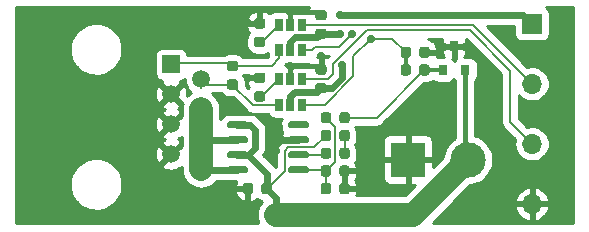
<source format=gbr>
G04 #@! TF.GenerationSoftware,KiCad,Pcbnew,5.99.0-unknown-13d3f57~88~ubuntu18.04.1*
G04 #@! TF.CreationDate,2020-04-02T10:06:32+03:00*
G04 #@! TF.ProjectId,adapter-por,61646170-7465-4722-9d70-6f722e6b6963,rev?*
G04 #@! TF.SameCoordinates,Original*
G04 #@! TF.FileFunction,Copper,L1,Top*
G04 #@! TF.FilePolarity,Positive*
%FSLAX46Y46*%
G04 Gerber Fmt 4.6, Leading zero omitted, Abs format (unit mm)*
G04 Created by KiCad (PCBNEW 5.99.0-unknown-13d3f57~88~ubuntu18.04.1) date 2020-04-02 10:06:32*
%MOMM*%
%LPD*%
G01*
G04 APERTURE LIST*
G04 #@! TA.AperFunction,SMDPad,CuDef*
%ADD10R,0.650000X1.060000*%
G04 #@! TD*
G04 #@! TA.AperFunction,SMDPad,CuDef*
%ADD11R,0.800000X0.900000*%
G04 #@! TD*
G04 #@! TA.AperFunction,ComponentPad*
%ADD12R,1.700000X1.700000*%
G04 #@! TD*
G04 #@! TA.AperFunction,ComponentPad*
%ADD13O,1.700000X1.700000*%
G04 #@! TD*
G04 #@! TA.AperFunction,ComponentPad*
%ADD14R,3.000000X3.000000*%
G04 #@! TD*
G04 #@! TA.AperFunction,ComponentPad*
%ADD15C,3.000000*%
G04 #@! TD*
G04 #@! TA.AperFunction,ComponentPad*
%ADD16C,1.500000*%
G04 #@! TD*
G04 #@! TA.AperFunction,ComponentPad*
%ADD17R,1.500000X1.500000*%
G04 #@! TD*
G04 #@! TA.AperFunction,ViaPad*
%ADD18C,0.700000*%
G04 #@! TD*
G04 #@! TA.AperFunction,Conductor*
%ADD19C,2.000000*%
G04 #@! TD*
G04 #@! TA.AperFunction,Conductor*
%ADD20C,0.600000*%
G04 #@! TD*
G04 #@! TA.AperFunction,Conductor*
%ADD21C,0.200000*%
G04 #@! TD*
G04 #@! TA.AperFunction,Conductor*
%ADD22C,0.400000*%
G04 #@! TD*
G04 #@! TA.AperFunction,Conductor*
%ADD23C,0.300000*%
G04 #@! TD*
G04 #@! TA.AperFunction,Conductor*
%ADD24C,0.150000*%
G04 #@! TD*
G04 #@! TA.AperFunction,Conductor*
%ADD25C,0.254000*%
G04 #@! TD*
G04 APERTURE END LIST*
G04 #@! TA.AperFunction,SMDPad,CuDef*
G36*
G01*
X70300000Y-54255000D02*
X70300000Y-54555000D01*
G75*
G02*
X70150000Y-54705000I-150000J0D01*
G01*
X68700000Y-54705000D01*
G75*
G02*
X68550000Y-54555000I0J150000D01*
G01*
X68550000Y-54255000D01*
G75*
G02*
X68700000Y-54105000I150000J0D01*
G01*
X70150000Y-54105000D01*
G75*
G02*
X70300000Y-54255000I0J-150000D01*
G01*
G37*
G04 #@! TD.AperFunction*
G04 #@! TA.AperFunction,SMDPad,CuDef*
G36*
G01*
X70300000Y-52985000D02*
X70300000Y-53285000D01*
G75*
G02*
X70150000Y-53435000I-150000J0D01*
G01*
X68700000Y-53435000D01*
G75*
G02*
X68550000Y-53285000I0J150000D01*
G01*
X68550000Y-52985000D01*
G75*
G02*
X68700000Y-52835000I150000J0D01*
G01*
X70150000Y-52835000D01*
G75*
G02*
X70300000Y-52985000I0J-150000D01*
G01*
G37*
G04 #@! TD.AperFunction*
G04 #@! TA.AperFunction,SMDPad,CuDef*
G36*
G01*
X70300000Y-51715000D02*
X70300000Y-52015000D01*
G75*
G02*
X70150000Y-52165000I-150000J0D01*
G01*
X68700000Y-52165000D01*
G75*
G02*
X68550000Y-52015000I0J150000D01*
G01*
X68550000Y-51715000D01*
G75*
G02*
X68700000Y-51565000I150000J0D01*
G01*
X70150000Y-51565000D01*
G75*
G02*
X70300000Y-51715000I0J-150000D01*
G01*
G37*
G04 #@! TD.AperFunction*
G04 #@! TA.AperFunction,SMDPad,CuDef*
G36*
G01*
X70300000Y-50445000D02*
X70300000Y-50745000D01*
G75*
G02*
X70150000Y-50895000I-150000J0D01*
G01*
X68700000Y-50895000D01*
G75*
G02*
X68550000Y-50745000I0J150000D01*
G01*
X68550000Y-50445000D01*
G75*
G02*
X68700000Y-50295000I150000J0D01*
G01*
X70150000Y-50295000D01*
G75*
G02*
X70300000Y-50445000I0J-150000D01*
G01*
G37*
G04 #@! TD.AperFunction*
G04 #@! TA.AperFunction,SMDPad,CuDef*
G36*
G01*
X75450000Y-50445000D02*
X75450000Y-50745000D01*
G75*
G02*
X75300000Y-50895000I-150000J0D01*
G01*
X73850000Y-50895000D01*
G75*
G02*
X73700000Y-50745000I0J150000D01*
G01*
X73700000Y-50445000D01*
G75*
G02*
X73850000Y-50295000I150000J0D01*
G01*
X75300000Y-50295000D01*
G75*
G02*
X75450000Y-50445000I0J-150000D01*
G01*
G37*
G04 #@! TD.AperFunction*
G04 #@! TA.AperFunction,SMDPad,CuDef*
G36*
G01*
X75450000Y-51715000D02*
X75450000Y-52015000D01*
G75*
G02*
X75300000Y-52165000I-150000J0D01*
G01*
X73850000Y-52165000D01*
G75*
G02*
X73700000Y-52015000I0J150000D01*
G01*
X73700000Y-51715000D01*
G75*
G02*
X73850000Y-51565000I150000J0D01*
G01*
X75300000Y-51565000D01*
G75*
G02*
X75450000Y-51715000I0J-150000D01*
G01*
G37*
G04 #@! TD.AperFunction*
G04 #@! TA.AperFunction,SMDPad,CuDef*
G36*
G01*
X75450000Y-52985000D02*
X75450000Y-53285000D01*
G75*
G02*
X75300000Y-53435000I-150000J0D01*
G01*
X73850000Y-53435000D01*
G75*
G02*
X73700000Y-53285000I0J150000D01*
G01*
X73700000Y-52985000D01*
G75*
G02*
X73850000Y-52835000I150000J0D01*
G01*
X75300000Y-52835000D01*
G75*
G02*
X75450000Y-52985000I0J-150000D01*
G01*
G37*
G04 #@! TD.AperFunction*
G04 #@! TA.AperFunction,SMDPad,CuDef*
G36*
G01*
X75450000Y-54255000D02*
X75450000Y-54555000D01*
G75*
G02*
X75300000Y-54705000I-150000J0D01*
G01*
X73850000Y-54705000D01*
G75*
G02*
X73700000Y-54555000I0J150000D01*
G01*
X73700000Y-54255000D01*
G75*
G02*
X73850000Y-54105000I150000J0D01*
G01*
X75300000Y-54105000D01*
G75*
G02*
X75450000Y-54255000I0J-150000D01*
G01*
G37*
G04 #@! TD.AperFunction*
G04 #@! TA.AperFunction,SMDPad,CuDef*
G36*
G01*
X68743750Y-46750000D02*
X69256250Y-46750000D01*
G75*
G02*
X69475000Y-46968750I0J-218750D01*
G01*
X69475000Y-47406250D01*
G75*
G02*
X69256250Y-47625000I-218750J0D01*
G01*
X68743750Y-47625000D01*
G75*
G02*
X68525000Y-47406250I0J218750D01*
G01*
X68525000Y-46968750D01*
G75*
G02*
X68743750Y-46750000I218750J0D01*
G01*
G37*
G04 #@! TD.AperFunction*
G04 #@! TA.AperFunction,SMDPad,CuDef*
G36*
G01*
X68743750Y-45175000D02*
X69256250Y-45175000D01*
G75*
G02*
X69475000Y-45393750I0J-218750D01*
G01*
X69475000Y-45831250D01*
G75*
G02*
X69256250Y-46050000I-218750J0D01*
G01*
X68743750Y-46050000D01*
G75*
G02*
X68525000Y-45831250I0J218750D01*
G01*
X68525000Y-45393750D01*
G75*
G02*
X68743750Y-45175000I218750J0D01*
G01*
G37*
G04 #@! TD.AperFunction*
G04 #@! TA.AperFunction,SMDPad,CuDef*
G36*
G01*
X76756250Y-41750000D02*
X76243750Y-41750000D01*
G75*
G02*
X76025000Y-41531250I0J218750D01*
G01*
X76025000Y-41093750D01*
G75*
G02*
X76243750Y-40875000I218750J0D01*
G01*
X76756250Y-40875000D01*
G75*
G02*
X76975000Y-41093750I0J-218750D01*
G01*
X76975000Y-41531250D01*
G75*
G02*
X76756250Y-41750000I-218750J0D01*
G01*
G37*
G04 #@! TD.AperFunction*
G04 #@! TA.AperFunction,SMDPad,CuDef*
G36*
G01*
X76756250Y-43325000D02*
X76243750Y-43325000D01*
G75*
G02*
X76025000Y-43106250I0J218750D01*
G01*
X76025000Y-42668750D01*
G75*
G02*
X76243750Y-42450000I218750J0D01*
G01*
X76756250Y-42450000D01*
G75*
G02*
X76975000Y-42668750I0J-218750D01*
G01*
X76975000Y-43106250D01*
G75*
G02*
X76756250Y-43325000I-218750J0D01*
G01*
G37*
G04 #@! TD.AperFunction*
G04 #@! TA.AperFunction,SMDPad,CuDef*
G36*
G01*
X76756250Y-46350000D02*
X76243750Y-46350000D01*
G75*
G02*
X76025000Y-46131250I0J218750D01*
G01*
X76025000Y-45693750D01*
G75*
G02*
X76243750Y-45475000I218750J0D01*
G01*
X76756250Y-45475000D01*
G75*
G02*
X76975000Y-45693750I0J-218750D01*
G01*
X76975000Y-46131250D01*
G75*
G02*
X76756250Y-46350000I-218750J0D01*
G01*
G37*
G04 #@! TD.AperFunction*
G04 #@! TA.AperFunction,SMDPad,CuDef*
G36*
G01*
X76756250Y-47925000D02*
X76243750Y-47925000D01*
G75*
G02*
X76025000Y-47706250I0J218750D01*
G01*
X76025000Y-47268750D01*
G75*
G02*
X76243750Y-47050000I218750J0D01*
G01*
X76756250Y-47050000D01*
G75*
G02*
X76975000Y-47268750I0J-218750D01*
G01*
X76975000Y-47706250D01*
G75*
G02*
X76756250Y-47925000I-218750J0D01*
G01*
G37*
G04 #@! TD.AperFunction*
D10*
X73900000Y-44300000D03*
X74850000Y-44300000D03*
X72950000Y-44300000D03*
X72950000Y-42100000D03*
X73900000Y-42100000D03*
X74850000Y-42100000D03*
X73900000Y-48900000D03*
X74850000Y-48900000D03*
X72950000Y-48900000D03*
X72950000Y-46700000D03*
X73900000Y-46700000D03*
X74850000Y-46700000D03*
D11*
X87765000Y-43948000D03*
X88715000Y-45948000D03*
X86815000Y-45948000D03*
G04 #@! TA.AperFunction,SMDPad,CuDef*
G36*
G01*
X78056338Y-53256250D02*
X78056338Y-52743750D01*
G75*
G02*
X78275088Y-52525000I218750J0D01*
G01*
X78712588Y-52525000D01*
G75*
G02*
X78931338Y-52743750I0J-218750D01*
G01*
X78931338Y-53256250D01*
G75*
G02*
X78712588Y-53475000I-218750J0D01*
G01*
X78275088Y-53475000D01*
G75*
G02*
X78056338Y-53256250I0J218750D01*
G01*
G37*
G04 #@! TD.AperFunction*
G04 #@! TA.AperFunction,SMDPad,CuDef*
G36*
G01*
X76481338Y-53256250D02*
X76481338Y-52743750D01*
G75*
G02*
X76700088Y-52525000I218750J0D01*
G01*
X77137588Y-52525000D01*
G75*
G02*
X77356338Y-52743750I0J-218750D01*
G01*
X77356338Y-53256250D01*
G75*
G02*
X77137588Y-53475000I-218750J0D01*
G01*
X76700088Y-53475000D01*
G75*
G02*
X76481338Y-53256250I0J218750D01*
G01*
G37*
G04 #@! TD.AperFunction*
G04 #@! TA.AperFunction,SMDPad,CuDef*
G36*
G01*
X77350000Y-55743750D02*
X77350000Y-56256250D01*
G75*
G02*
X77131250Y-56475000I-218750J0D01*
G01*
X76693750Y-56475000D01*
G75*
G02*
X76475000Y-56256250I0J218750D01*
G01*
X76475000Y-55743750D01*
G75*
G02*
X76693750Y-55525000I218750J0D01*
G01*
X77131250Y-55525000D01*
G75*
G02*
X77350000Y-55743750I0J-218750D01*
G01*
G37*
G04 #@! TD.AperFunction*
G04 #@! TA.AperFunction,SMDPad,CuDef*
G36*
G01*
X78925000Y-55743750D02*
X78925000Y-56256250D01*
G75*
G02*
X78706250Y-56475000I-218750J0D01*
G01*
X78268750Y-56475000D01*
G75*
G02*
X78050000Y-56256250I0J218750D01*
G01*
X78050000Y-55743750D01*
G75*
G02*
X78268750Y-55525000I218750J0D01*
G01*
X78706250Y-55525000D01*
G75*
G02*
X78925000Y-55743750I0J-218750D01*
G01*
G37*
G04 #@! TD.AperFunction*
G04 #@! TA.AperFunction,SMDPad,CuDef*
G36*
G01*
X71556250Y-42450000D02*
X71043750Y-42450000D01*
G75*
G02*
X70825000Y-42231250I0J218750D01*
G01*
X70825000Y-41793750D01*
G75*
G02*
X71043750Y-41575000I218750J0D01*
G01*
X71556250Y-41575000D01*
G75*
G02*
X71775000Y-41793750I0J-218750D01*
G01*
X71775000Y-42231250D01*
G75*
G02*
X71556250Y-42450000I-218750J0D01*
G01*
G37*
G04 #@! TD.AperFunction*
G04 #@! TA.AperFunction,SMDPad,CuDef*
G36*
G01*
X71556250Y-44025000D02*
X71043750Y-44025000D01*
G75*
G02*
X70825000Y-43806250I0J218750D01*
G01*
X70825000Y-43368750D01*
G75*
G02*
X71043750Y-43150000I218750J0D01*
G01*
X71556250Y-43150000D01*
G75*
G02*
X71775000Y-43368750I0J-218750D01*
G01*
X71775000Y-43806250D01*
G75*
G02*
X71556250Y-44025000I-218750J0D01*
G01*
G37*
G04 #@! TD.AperFunction*
G04 #@! TA.AperFunction,SMDPad,CuDef*
G36*
G01*
X71556250Y-47050000D02*
X71043750Y-47050000D01*
G75*
G02*
X70825000Y-46831250I0J218750D01*
G01*
X70825000Y-46393750D01*
G75*
G02*
X71043750Y-46175000I218750J0D01*
G01*
X71556250Y-46175000D01*
G75*
G02*
X71775000Y-46393750I0J-218750D01*
G01*
X71775000Y-46831250D01*
G75*
G02*
X71556250Y-47050000I-218750J0D01*
G01*
G37*
G04 #@! TD.AperFunction*
G04 #@! TA.AperFunction,SMDPad,CuDef*
G36*
G01*
X71556250Y-48625000D02*
X71043750Y-48625000D01*
G75*
G02*
X70825000Y-48406250I0J218750D01*
G01*
X70825000Y-47968750D01*
G75*
G02*
X71043750Y-47750000I218750J0D01*
G01*
X71556250Y-47750000D01*
G75*
G02*
X71775000Y-47968750I0J-218750D01*
G01*
X71775000Y-48406250D01*
G75*
G02*
X71556250Y-48625000I-218750J0D01*
G01*
G37*
G04 #@! TD.AperFunction*
G04 #@! TA.AperFunction,SMDPad,CuDef*
G36*
G01*
X77357536Y-49743750D02*
X77357536Y-50256250D01*
G75*
G02*
X77138786Y-50475000I-218750J0D01*
G01*
X76701286Y-50475000D01*
G75*
G02*
X76482536Y-50256250I0J218750D01*
G01*
X76482536Y-49743750D01*
G75*
G02*
X76701286Y-49525000I218750J0D01*
G01*
X77138786Y-49525000D01*
G75*
G02*
X77357536Y-49743750I0J-218750D01*
G01*
G37*
G04 #@! TD.AperFunction*
G04 #@! TA.AperFunction,SMDPad,CuDef*
G36*
G01*
X78932536Y-49743750D02*
X78932536Y-50256250D01*
G75*
G02*
X78713786Y-50475000I-218750J0D01*
G01*
X78276286Y-50475000D01*
G75*
G02*
X78057536Y-50256250I0J218750D01*
G01*
X78057536Y-49743750D01*
G75*
G02*
X78276286Y-49525000I218750J0D01*
G01*
X78713786Y-49525000D01*
G75*
G02*
X78932536Y-49743750I0J-218750D01*
G01*
G37*
G04 #@! TD.AperFunction*
G04 #@! TA.AperFunction,SMDPad,CuDef*
G36*
G01*
X84815000Y-46201250D02*
X84815000Y-45688750D01*
G75*
G02*
X85033750Y-45470000I218750J0D01*
G01*
X85471250Y-45470000D01*
G75*
G02*
X85690000Y-45688750I0J-218750D01*
G01*
X85690000Y-46201250D01*
G75*
G02*
X85471250Y-46420000I-218750J0D01*
G01*
X85033750Y-46420000D01*
G75*
G02*
X84815000Y-46201250I0J218750D01*
G01*
G37*
G04 #@! TD.AperFunction*
G04 #@! TA.AperFunction,SMDPad,CuDef*
G36*
G01*
X83240000Y-46201250D02*
X83240000Y-45688750D01*
G75*
G02*
X83458750Y-45470000I218750J0D01*
G01*
X83896250Y-45470000D01*
G75*
G02*
X84115000Y-45688750I0J-218750D01*
G01*
X84115000Y-46201250D01*
G75*
G02*
X83896250Y-46420000I-218750J0D01*
G01*
X83458750Y-46420000D01*
G75*
G02*
X83240000Y-46201250I0J218750D01*
G01*
G37*
G04 #@! TD.AperFunction*
G04 #@! TA.AperFunction,SMDPad,CuDef*
G36*
G01*
X77359076Y-51243750D02*
X77359076Y-51756250D01*
G75*
G02*
X77140326Y-51975000I-218750J0D01*
G01*
X76702826Y-51975000D01*
G75*
G02*
X76484076Y-51756250I0J218750D01*
G01*
X76484076Y-51243750D01*
G75*
G02*
X76702826Y-51025000I218750J0D01*
G01*
X77140326Y-51025000D01*
G75*
G02*
X77359076Y-51243750I0J-218750D01*
G01*
G37*
G04 #@! TD.AperFunction*
G04 #@! TA.AperFunction,SMDPad,CuDef*
G36*
G01*
X78934076Y-51243750D02*
X78934076Y-51756250D01*
G75*
G02*
X78715326Y-51975000I-218750J0D01*
G01*
X78277826Y-51975000D01*
G75*
G02*
X78059076Y-51756250I0J218750D01*
G01*
X78059076Y-51243750D01*
G75*
G02*
X78277826Y-51025000I218750J0D01*
G01*
X78715326Y-51025000D01*
G75*
G02*
X78934076Y-51243750I0J-218750D01*
G01*
G37*
G04 #@! TD.AperFunction*
G04 #@! TA.AperFunction,SMDPad,CuDef*
G36*
G01*
X70750000Y-55743750D02*
X70750000Y-56256250D01*
G75*
G02*
X70531250Y-56475000I-218750J0D01*
G01*
X70093750Y-56475000D01*
G75*
G02*
X69875000Y-56256250I0J218750D01*
G01*
X69875000Y-55743750D01*
G75*
G02*
X70093750Y-55525000I218750J0D01*
G01*
X70531250Y-55525000D01*
G75*
G02*
X70750000Y-55743750I0J-218750D01*
G01*
G37*
G04 #@! TD.AperFunction*
G04 #@! TA.AperFunction,SMDPad,CuDef*
G36*
G01*
X72325000Y-55743750D02*
X72325000Y-56256250D01*
G75*
G02*
X72106250Y-56475000I-218750J0D01*
G01*
X71668750Y-56475000D01*
G75*
G02*
X71450000Y-56256250I0J218750D01*
G01*
X71450000Y-55743750D01*
G75*
G02*
X71668750Y-55525000I218750J0D01*
G01*
X72106250Y-55525000D01*
G75*
G02*
X72325000Y-55743750I0J-218750D01*
G01*
G37*
G04 #@! TD.AperFunction*
G04 #@! TA.AperFunction,SMDPad,CuDef*
G36*
G01*
X78050000Y-54756250D02*
X78050000Y-54243750D01*
G75*
G02*
X78268750Y-54025000I218750J0D01*
G01*
X78706250Y-54025000D01*
G75*
G02*
X78925000Y-54243750I0J-218750D01*
G01*
X78925000Y-54756250D01*
G75*
G02*
X78706250Y-54975000I-218750J0D01*
G01*
X78268750Y-54975000D01*
G75*
G02*
X78050000Y-54756250I0J218750D01*
G01*
G37*
G04 #@! TD.AperFunction*
G04 #@! TA.AperFunction,SMDPad,CuDef*
G36*
G01*
X76475000Y-54756250D02*
X76475000Y-54243750D01*
G75*
G02*
X76693750Y-54025000I218750J0D01*
G01*
X77131250Y-54025000D01*
G75*
G02*
X77350000Y-54243750I0J-218750D01*
G01*
X77350000Y-54756250D01*
G75*
G02*
X77131250Y-54975000I-218750J0D01*
G01*
X76693750Y-54975000D01*
G75*
G02*
X76475000Y-54756250I0J218750D01*
G01*
G37*
G04 #@! TD.AperFunction*
G04 #@! TA.AperFunction,SMDPad,CuDef*
G36*
G01*
X84815000Y-44701250D02*
X84815000Y-44188750D01*
G75*
G02*
X85033750Y-43970000I218750J0D01*
G01*
X85471250Y-43970000D01*
G75*
G02*
X85690000Y-44188750I0J-218750D01*
G01*
X85690000Y-44701250D01*
G75*
G02*
X85471250Y-44920000I-218750J0D01*
G01*
X85033750Y-44920000D01*
G75*
G02*
X84815000Y-44701250I0J218750D01*
G01*
G37*
G04 #@! TD.AperFunction*
G04 #@! TA.AperFunction,SMDPad,CuDef*
G36*
G01*
X83240000Y-44701250D02*
X83240000Y-44188750D01*
G75*
G02*
X83458750Y-43970000I218750J0D01*
G01*
X83896250Y-43970000D01*
G75*
G02*
X84115000Y-44188750I0J-218750D01*
G01*
X84115000Y-44701250D01*
G75*
G02*
X83896250Y-44920000I-218750J0D01*
G01*
X83458750Y-44920000D01*
G75*
G02*
X83240000Y-44701250I0J218750D01*
G01*
G37*
G04 #@! TD.AperFunction*
D12*
X94365000Y-42045000D03*
D13*
X94365000Y-47125000D03*
X94365000Y-52205000D03*
X94365000Y-57285000D03*
D14*
X83865000Y-53545000D03*
D15*
X88945000Y-53545000D03*
D16*
X66345000Y-54360000D03*
X63805000Y-53090000D03*
X66345000Y-51820000D03*
X63805000Y-50550000D03*
X66345000Y-49280000D03*
X63805000Y-48010000D03*
X66345000Y-46740000D03*
D17*
X63805000Y-45470000D03*
D18*
X73100000Y-51800000D03*
X69100000Y-56000000D03*
X79700000Y-54500000D03*
X72900000Y-50800000D03*
X72700000Y-52800000D03*
X73900000Y-45600000D03*
X73900000Y-41000000D03*
X70300000Y-46600000D03*
X70300000Y-42000000D03*
X88700000Y-44000000D03*
X86900000Y-44000000D03*
X78100000Y-41300000D03*
X78100000Y-42900000D03*
X76500000Y-44800000D03*
X79100000Y-42900000D03*
X80700000Y-43300000D03*
X78304089Y-45504089D03*
X79700000Y-56000000D03*
D19*
X66345000Y-49280000D02*
X66345000Y-54360000D01*
D20*
X66390000Y-54405000D02*
X66345000Y-54360000D01*
X69425000Y-54405000D02*
X66390000Y-54405000D01*
X66390000Y-51865000D02*
X66345000Y-51820000D01*
X69425000Y-51865000D02*
X66390000Y-51865000D01*
X71887500Y-54722500D02*
X71887500Y-56000000D01*
X70300000Y-53135000D02*
X71887500Y-54722500D01*
X69425000Y-53135000D02*
X70300000Y-53135000D01*
D21*
X76783838Y-53135000D02*
X76918838Y-53000000D01*
X74575000Y-53135000D02*
X76783838Y-53135000D01*
X78496576Y-52997262D02*
X78496576Y-51500000D01*
X78493838Y-53000000D02*
X78496576Y-52997262D01*
D20*
X73165000Y-51865000D02*
X73100000Y-51800000D01*
X74575000Y-51865000D02*
X73165000Y-51865000D01*
X66535000Y-46550000D02*
X66345000Y-46740000D01*
D21*
X71462500Y-48187500D02*
X72950000Y-46700000D01*
X71300000Y-48187500D02*
X71462500Y-48187500D01*
X66345000Y-47445000D02*
X66345000Y-46740000D01*
X71462500Y-43587500D02*
X72950000Y-42100000D01*
X71300000Y-43587500D02*
X71462500Y-43587500D01*
D20*
X76187500Y-47800000D02*
X76500000Y-47487500D01*
X74284998Y-47800000D02*
X76187500Y-47800000D01*
X73900000Y-48900000D02*
X73900000Y-48184998D01*
X73900000Y-48184998D02*
X74284998Y-47800000D01*
X76187500Y-43200000D02*
X76500000Y-42887500D01*
X74284998Y-43200000D02*
X76187500Y-43200000D01*
X73900000Y-44300000D02*
X73900000Y-43584998D01*
X73900000Y-43584998D02*
X74284998Y-43200000D01*
D21*
X74850000Y-42100000D02*
X77600000Y-42100000D01*
D22*
X88715000Y-53315000D02*
X88945000Y-53545000D01*
X88715000Y-45948000D02*
X88715000Y-53315000D01*
D21*
X72325000Y-45600000D02*
X69000000Y-45600000D01*
X72950000Y-44300000D02*
X72950000Y-44975000D01*
X72950000Y-44975000D02*
X72325000Y-45600000D01*
X66792500Y-47187500D02*
X66345000Y-46740000D01*
X69000000Y-47187500D02*
X66792500Y-47187500D01*
X63875000Y-45400000D02*
X63805000Y-45470000D01*
X69000000Y-45612500D02*
X68787500Y-45400000D01*
X68787500Y-45400000D02*
X63875000Y-45400000D01*
D19*
X84290000Y-58200000D02*
X72700000Y-58200000D01*
X88945000Y-53545000D02*
X84290000Y-58200000D01*
D22*
X73900000Y-46700000D02*
X73900000Y-45600000D01*
X76187500Y-45600000D02*
X76500000Y-45912500D01*
X73900000Y-45600000D02*
X76187500Y-45600000D01*
X73900000Y-42100000D02*
X73900000Y-41000000D01*
X76187500Y-41000000D02*
X76500000Y-41312500D01*
X73900000Y-41000000D02*
X76187500Y-41000000D01*
D21*
X89340000Y-42100000D02*
X94365000Y-47125000D01*
X77600000Y-42100000D02*
X89340000Y-42100000D01*
D23*
X83677500Y-45945000D02*
X83677500Y-44445000D01*
X86812000Y-45945000D02*
X86815000Y-45948000D01*
X85252500Y-45945000D02*
X86812000Y-45945000D01*
D20*
X78100000Y-42900000D02*
X76512500Y-42900000D01*
X76512500Y-42900000D02*
X76500000Y-42887500D01*
D21*
X80700000Y-43300000D02*
X82532500Y-43300000D01*
X78000000Y-44000000D02*
X79100000Y-42900000D01*
X75700000Y-44300000D02*
X76000000Y-44000000D01*
X74850000Y-44300000D02*
X75700000Y-44300000D01*
X82532500Y-43300000D02*
X83677500Y-44445000D01*
X76000000Y-44000000D02*
X78000000Y-44000000D01*
D20*
X77412500Y-47487500D02*
X78304089Y-46595911D01*
X78304089Y-46595911D02*
X78304089Y-45504089D01*
X76500000Y-47487500D02*
X77412500Y-47487500D01*
D24*
X79200000Y-44800000D02*
X80700000Y-43300000D01*
X79200000Y-46500000D02*
X79200000Y-44800000D01*
X76800000Y-48900000D02*
X79200000Y-46500000D01*
X74850000Y-48900000D02*
X76800000Y-48900000D01*
D21*
X92500000Y-50340000D02*
X94365000Y-52205000D01*
X92500000Y-46000000D02*
X92500000Y-50340000D01*
X77100000Y-46700000D02*
X77500000Y-46300000D01*
X89100000Y-42600000D02*
X92500000Y-46000000D01*
X77500000Y-46300000D02*
X77500000Y-45459634D01*
X77500000Y-45459634D02*
X80359634Y-42600000D01*
X74850000Y-46700000D02*
X77100000Y-46700000D01*
X80359634Y-42600000D02*
X89100000Y-42600000D01*
D20*
X93620000Y-41300000D02*
X78100000Y-41300000D01*
X94365000Y-42045000D02*
X93620000Y-41300000D01*
D21*
X72950000Y-48900000D02*
X70700000Y-48900000D01*
X70700000Y-48900000D02*
X69000000Y-47200000D01*
D20*
X70900000Y-51000000D02*
X70900000Y-52535000D01*
X70900000Y-52535000D02*
X70300000Y-53135000D01*
X70495000Y-50595000D02*
X70900000Y-51000000D01*
X69425000Y-50595000D02*
X70495000Y-50595000D01*
D21*
X81197500Y-50000000D02*
X78500000Y-50000000D01*
X85252500Y-45945000D02*
X81197500Y-50000000D01*
X77700000Y-53745891D02*
X76945891Y-54500000D01*
X76920036Y-50000000D02*
X77700000Y-50779964D01*
X77700000Y-50779964D02*
X77700000Y-53745891D01*
X76912500Y-54533391D02*
X76945891Y-54500000D01*
X76912500Y-56000000D02*
X76912500Y-54533391D01*
X76850891Y-54405000D02*
X76945891Y-54500000D01*
X74575000Y-54405000D02*
X76850891Y-54405000D01*
D20*
X72700000Y-56800000D02*
X71900000Y-56000000D01*
X72700000Y-58100000D02*
X72700000Y-56800000D01*
D21*
X73412500Y-54487500D02*
X71900000Y-56000000D01*
X73412500Y-52773011D02*
X73412500Y-54487500D01*
X73685511Y-52500000D02*
X73412500Y-52773011D01*
X76921576Y-51500000D02*
X75921576Y-52500000D01*
X75921576Y-52500000D02*
X73685511Y-52500000D01*
G36*
X97866001Y-58866000D02*
G01*
X85937651Y-58866000D01*
X87293798Y-57509853D01*
X92891602Y-57509853D01*
X92954221Y-57761005D01*
X92957669Y-57771104D01*
X93054591Y-57991900D01*
X93059692Y-58001275D01*
X93192430Y-58202584D01*
X93199038Y-58210965D01*
X93363798Y-58387032D01*
X93371722Y-58394180D01*
X93563792Y-58539968D01*
X93572808Y-58545679D01*
X93786696Y-58657021D01*
X93796545Y-58661131D01*
X94026134Y-58734845D01*
X94036535Y-58737236D01*
X94150162Y-58753407D01*
X94237000Y-58678052D01*
X94237000Y-57486809D01*
X94493000Y-57486809D01*
X94493000Y-58678748D01*
X94585218Y-58754362D01*
X94774019Y-58716636D01*
X94784270Y-58713667D01*
X95009387Y-58627253D01*
X95018991Y-58622600D01*
X95226330Y-58499491D01*
X95235012Y-58493286D01*
X95418645Y-58337004D01*
X95426158Y-58329424D01*
X95580833Y-58144435D01*
X95586962Y-58135698D01*
X95708256Y-57927294D01*
X95712825Y-57917650D01*
X95797272Y-57691787D01*
X95800151Y-57681511D01*
X95833943Y-57504369D01*
X95758356Y-57413000D01*
X94566809Y-57413000D01*
X94493000Y-57486809D01*
X94237000Y-57486809D01*
X94163191Y-57413000D01*
X92967272Y-57413000D01*
X92891602Y-57509853D01*
X87293798Y-57509853D01*
X87745419Y-57058233D01*
X92889085Y-57058233D01*
X92964734Y-57157000D01*
X94163191Y-57157000D01*
X94237000Y-57083191D01*
X94237000Y-55891201D01*
X94235657Y-55890012D01*
X94493000Y-55890012D01*
X94493000Y-57083191D01*
X94566809Y-57157000D01*
X95757863Y-57157000D01*
X95833373Y-57067487D01*
X95807499Y-56916114D01*
X95804817Y-56905784D01*
X95724723Y-56678343D01*
X95720339Y-56668612D01*
X95603067Y-56457916D01*
X95597107Y-56449064D01*
X95446013Y-56261140D01*
X95438647Y-56253417D01*
X95258049Y-56093638D01*
X95249486Y-56087267D01*
X95044549Y-55960202D01*
X95035036Y-55955365D01*
X94811619Y-55864645D01*
X94801427Y-55861480D01*
X94587095Y-55814357D01*
X94493000Y-55890012D01*
X94235657Y-55890012D01*
X94151980Y-55815982D01*
X94064474Y-55826727D01*
X94054030Y-55828918D01*
X93823068Y-55898210D01*
X93813142Y-55902130D01*
X93597155Y-56009346D01*
X93588032Y-56014882D01*
X93393199Y-56156957D01*
X93385138Y-56163952D01*
X93217029Y-56336822D01*
X93210263Y-56345074D01*
X93073683Y-56543798D01*
X93068403Y-56553073D01*
X92967260Y-56771968D01*
X92963619Y-56782000D01*
X92889085Y-57058233D01*
X87745419Y-57058233D01*
X89129806Y-55673847D01*
X89164201Y-55672646D01*
X89172953Y-55671726D01*
X89458178Y-55621433D01*
X89466716Y-55619304D01*
X89742168Y-55529804D01*
X89750327Y-55526508D01*
X90010641Y-55399544D01*
X90018263Y-55395144D01*
X90258373Y-55233187D01*
X90265308Y-55227769D01*
X90480541Y-55033972D01*
X90486654Y-55027642D01*
X90672823Y-54805776D01*
X90677995Y-54798656D01*
X90831474Y-54553039D01*
X90835605Y-54545269D01*
X90953406Y-54280682D01*
X90956416Y-54272413D01*
X91036248Y-53994007D01*
X91038077Y-53985399D01*
X91078386Y-53698592D01*
X91079000Y-53689813D01*
X91079000Y-53400187D01*
X91078386Y-53391408D01*
X91038077Y-53104601D01*
X91036248Y-53095993D01*
X90956416Y-52817587D01*
X90953406Y-52809318D01*
X90835605Y-52544731D01*
X90831474Y-52536961D01*
X90677995Y-52291344D01*
X90672823Y-52284224D01*
X90486654Y-52062358D01*
X90480541Y-52056028D01*
X90265308Y-51862231D01*
X90258373Y-51856813D01*
X90018263Y-51694856D01*
X90010641Y-51690456D01*
X89750327Y-51563492D01*
X89742168Y-51560196D01*
X89551000Y-51498082D01*
X89551000Y-46859781D01*
X89599590Y-46819010D01*
X89613761Y-46802121D01*
X89714359Y-46627880D01*
X89721900Y-46607163D01*
X89755878Y-46414462D01*
X89756837Y-46403501D01*
X89756837Y-45489742D01*
X89754681Y-45473366D01*
X89679863Y-45194142D01*
X89667120Y-45169662D01*
X89536010Y-45013410D01*
X89519121Y-44999239D01*
X89344880Y-44898641D01*
X89324163Y-44891100D01*
X89131462Y-44857122D01*
X89120501Y-44856163D01*
X88605313Y-44856163D01*
X88649590Y-44819010D01*
X88663761Y-44802121D01*
X88764359Y-44627880D01*
X88771900Y-44607163D01*
X88805878Y-44414462D01*
X88806837Y-44403501D01*
X88806837Y-44149809D01*
X88733028Y-44076000D01*
X87966809Y-44075999D01*
X87893000Y-44149808D01*
X87892999Y-44966028D01*
X87924778Y-44997807D01*
X87830410Y-45076990D01*
X87816239Y-45093879D01*
X87769664Y-45174549D01*
X87767120Y-45169662D01*
X87636010Y-45013410D01*
X87619121Y-44999239D01*
X87609401Y-44993627D01*
X87637000Y-44966028D01*
X87637001Y-44149809D01*
X87563192Y-44076000D01*
X86796972Y-44075999D01*
X86723163Y-44149808D01*
X86723163Y-44406258D01*
X86725319Y-44422634D01*
X86800137Y-44701859D01*
X86812880Y-44726339D01*
X86921815Y-44856163D01*
X86406742Y-44856163D01*
X86390366Y-44858319D01*
X86304298Y-44881381D01*
X86328582Y-44712478D01*
X86329224Y-44703501D01*
X86329224Y-44646809D01*
X86255415Y-44573000D01*
X85124500Y-44573000D01*
X85124500Y-44317000D01*
X86255415Y-44317000D01*
X86329224Y-44243191D01*
X86329224Y-44184245D01*
X86327780Y-44170815D01*
X86257598Y-43848191D01*
X86248968Y-43827357D01*
X86125016Y-43634483D01*
X86113213Y-43620862D01*
X85941654Y-43472205D01*
X85926492Y-43462461D01*
X85720001Y-43368160D01*
X85702708Y-43363082D01*
X85514347Y-43336000D01*
X86749784Y-43336000D01*
X86724122Y-43481538D01*
X86723163Y-43492499D01*
X86723163Y-43746191D01*
X86796972Y-43820000D01*
X87563192Y-43820001D01*
X87563193Y-43820000D01*
X88733028Y-43820001D01*
X88806837Y-43746192D01*
X88806837Y-43489742D01*
X88804681Y-43473366D01*
X88767874Y-43336000D01*
X88795141Y-43336000D01*
X91764000Y-46304860D01*
X91764001Y-50243386D01*
X91764001Y-50446530D01*
X91767104Y-50466119D01*
X91782125Y-50512350D01*
X91789729Y-50560355D01*
X91795857Y-50579217D01*
X91817923Y-50622524D01*
X91832943Y-50668752D01*
X91841947Y-50686423D01*
X91870518Y-50725748D01*
X91892585Y-50769056D01*
X91904243Y-50785101D01*
X91942458Y-50823316D01*
X91942465Y-50823324D01*
X92933343Y-51814203D01*
X92900802Y-51934807D01*
X92898903Y-51945309D01*
X92876211Y-52185372D01*
X92876109Y-52196043D01*
X92894188Y-52436497D01*
X92895885Y-52447034D01*
X92954221Y-52681005D01*
X92957669Y-52691104D01*
X93054591Y-52911900D01*
X93059692Y-52921275D01*
X93192430Y-53122584D01*
X93199038Y-53130965D01*
X93363798Y-53307032D01*
X93371722Y-53314180D01*
X93563792Y-53459968D01*
X93572808Y-53465679D01*
X93786696Y-53577021D01*
X93796545Y-53581131D01*
X94026134Y-53654844D01*
X94036535Y-53657236D01*
X94275262Y-53691212D01*
X94285917Y-53691817D01*
X94526956Y-53685084D01*
X94537561Y-53683885D01*
X94774019Y-53636636D01*
X94784270Y-53633667D01*
X95009387Y-53547253D01*
X95018991Y-53542600D01*
X95226330Y-53419491D01*
X95235012Y-53413286D01*
X95418645Y-53257004D01*
X95426158Y-53249424D01*
X95580833Y-53064435D01*
X95586962Y-53055698D01*
X95708256Y-52847294D01*
X95712825Y-52837650D01*
X95797272Y-52611787D01*
X95800151Y-52601511D01*
X95845392Y-52364351D01*
X95846507Y-52353128D01*
X95849077Y-52085341D01*
X95848178Y-52074099D01*
X95807499Y-51836114D01*
X95804817Y-51825784D01*
X95724723Y-51598343D01*
X95720339Y-51588612D01*
X95603067Y-51377916D01*
X95597107Y-51369064D01*
X95446013Y-51181140D01*
X95438647Y-51173417D01*
X95258049Y-51013638D01*
X95249486Y-51007267D01*
X95044549Y-50880202D01*
X95035036Y-50875365D01*
X94811619Y-50784645D01*
X94801427Y-50781480D01*
X94565919Y-50729700D01*
X94555340Y-50728298D01*
X94314475Y-50716939D01*
X94303809Y-50717339D01*
X94064474Y-50746727D01*
X94054030Y-50748918D01*
X93973838Y-50772977D01*
X93236000Y-50035140D01*
X93236000Y-48090464D01*
X93363798Y-48227032D01*
X93371722Y-48234180D01*
X93563792Y-48379968D01*
X93572808Y-48385679D01*
X93786696Y-48497021D01*
X93796545Y-48501131D01*
X94026134Y-48574844D01*
X94036535Y-48577236D01*
X94275262Y-48611212D01*
X94285917Y-48611817D01*
X94526956Y-48605084D01*
X94537561Y-48603885D01*
X94774019Y-48556636D01*
X94784270Y-48553667D01*
X95009387Y-48467253D01*
X95018991Y-48462600D01*
X95226330Y-48339491D01*
X95235012Y-48333286D01*
X95418645Y-48177004D01*
X95426158Y-48169424D01*
X95580833Y-47984435D01*
X95586962Y-47975698D01*
X95708256Y-47767294D01*
X95712825Y-47757650D01*
X95797272Y-47531787D01*
X95800151Y-47521511D01*
X95845392Y-47284351D01*
X95846507Y-47273128D01*
X95849077Y-47005341D01*
X95848178Y-46994099D01*
X95807499Y-46756114D01*
X95804817Y-46745784D01*
X95724723Y-46518343D01*
X95720339Y-46508612D01*
X95603067Y-46297916D01*
X95597107Y-46289064D01*
X95446013Y-46101140D01*
X95438647Y-46093417D01*
X95258049Y-45933638D01*
X95249486Y-45927267D01*
X95044549Y-45800202D01*
X95035036Y-45795365D01*
X94811619Y-45704645D01*
X94801427Y-45701480D01*
X94565919Y-45649700D01*
X94555340Y-45648298D01*
X94314475Y-45636939D01*
X94303809Y-45637339D01*
X94064474Y-45666727D01*
X94054030Y-45668918D01*
X93973837Y-45692977D01*
X90516859Y-42236000D01*
X92873163Y-42236000D01*
X92873163Y-42903258D01*
X92875319Y-42919634D01*
X92950137Y-43198859D01*
X92962880Y-43223339D01*
X93093990Y-43379590D01*
X93110879Y-43393761D01*
X93285120Y-43494359D01*
X93305837Y-43501900D01*
X93498538Y-43535878D01*
X93509499Y-43536837D01*
X95223258Y-43536837D01*
X95239634Y-43534681D01*
X95518859Y-43459863D01*
X95543339Y-43447120D01*
X95699590Y-43316010D01*
X95713761Y-43299121D01*
X95814359Y-43124880D01*
X95821900Y-43104163D01*
X95855878Y-42911462D01*
X95856837Y-42900501D01*
X95856837Y-41186742D01*
X95854681Y-41170366D01*
X95779863Y-40891142D01*
X95767120Y-40866662D01*
X95636010Y-40710410D01*
X95619121Y-40696239D01*
X95511320Y-40634000D01*
X97866000Y-40634000D01*
X97866001Y-58866000D01*
G37*
D25*
X97866001Y-58866000D02*
X85937651Y-58866000D01*
X87293798Y-57509853D01*
X92891602Y-57509853D01*
X92954221Y-57761005D01*
X92957669Y-57771104D01*
X93054591Y-57991900D01*
X93059692Y-58001275D01*
X93192430Y-58202584D01*
X93199038Y-58210965D01*
X93363798Y-58387032D01*
X93371722Y-58394180D01*
X93563792Y-58539968D01*
X93572808Y-58545679D01*
X93786696Y-58657021D01*
X93796545Y-58661131D01*
X94026134Y-58734845D01*
X94036535Y-58737236D01*
X94150162Y-58753407D01*
X94237000Y-58678052D01*
X94237000Y-57486809D01*
X94493000Y-57486809D01*
X94493000Y-58678748D01*
X94585218Y-58754362D01*
X94774019Y-58716636D01*
X94784270Y-58713667D01*
X95009387Y-58627253D01*
X95018991Y-58622600D01*
X95226330Y-58499491D01*
X95235012Y-58493286D01*
X95418645Y-58337004D01*
X95426158Y-58329424D01*
X95580833Y-58144435D01*
X95586962Y-58135698D01*
X95708256Y-57927294D01*
X95712825Y-57917650D01*
X95797272Y-57691787D01*
X95800151Y-57681511D01*
X95833943Y-57504369D01*
X95758356Y-57413000D01*
X94566809Y-57413000D01*
X94493000Y-57486809D01*
X94237000Y-57486809D01*
X94163191Y-57413000D01*
X92967272Y-57413000D01*
X92891602Y-57509853D01*
X87293798Y-57509853D01*
X87745419Y-57058233D01*
X92889085Y-57058233D01*
X92964734Y-57157000D01*
X94163191Y-57157000D01*
X94237000Y-57083191D01*
X94237000Y-55891201D01*
X94235657Y-55890012D01*
X94493000Y-55890012D01*
X94493000Y-57083191D01*
X94566809Y-57157000D01*
X95757863Y-57157000D01*
X95833373Y-57067487D01*
X95807499Y-56916114D01*
X95804817Y-56905784D01*
X95724723Y-56678343D01*
X95720339Y-56668612D01*
X95603067Y-56457916D01*
X95597107Y-56449064D01*
X95446013Y-56261140D01*
X95438647Y-56253417D01*
X95258049Y-56093638D01*
X95249486Y-56087267D01*
X95044549Y-55960202D01*
X95035036Y-55955365D01*
X94811619Y-55864645D01*
X94801427Y-55861480D01*
X94587095Y-55814357D01*
X94493000Y-55890012D01*
X94235657Y-55890012D01*
X94151980Y-55815982D01*
X94064474Y-55826727D01*
X94054030Y-55828918D01*
X93823068Y-55898210D01*
X93813142Y-55902130D01*
X93597155Y-56009346D01*
X93588032Y-56014882D01*
X93393199Y-56156957D01*
X93385138Y-56163952D01*
X93217029Y-56336822D01*
X93210263Y-56345074D01*
X93073683Y-56543798D01*
X93068403Y-56553073D01*
X92967260Y-56771968D01*
X92963619Y-56782000D01*
X92889085Y-57058233D01*
X87745419Y-57058233D01*
X89129806Y-55673847D01*
X89164201Y-55672646D01*
X89172953Y-55671726D01*
X89458178Y-55621433D01*
X89466716Y-55619304D01*
X89742168Y-55529804D01*
X89750327Y-55526508D01*
X90010641Y-55399544D01*
X90018263Y-55395144D01*
X90258373Y-55233187D01*
X90265308Y-55227769D01*
X90480541Y-55033972D01*
X90486654Y-55027642D01*
X90672823Y-54805776D01*
X90677995Y-54798656D01*
X90831474Y-54553039D01*
X90835605Y-54545269D01*
X90953406Y-54280682D01*
X90956416Y-54272413D01*
X91036248Y-53994007D01*
X91038077Y-53985399D01*
X91078386Y-53698592D01*
X91079000Y-53689813D01*
X91079000Y-53400187D01*
X91078386Y-53391408D01*
X91038077Y-53104601D01*
X91036248Y-53095993D01*
X90956416Y-52817587D01*
X90953406Y-52809318D01*
X90835605Y-52544731D01*
X90831474Y-52536961D01*
X90677995Y-52291344D01*
X90672823Y-52284224D01*
X90486654Y-52062358D01*
X90480541Y-52056028D01*
X90265308Y-51862231D01*
X90258373Y-51856813D01*
X90018263Y-51694856D01*
X90010641Y-51690456D01*
X89750327Y-51563492D01*
X89742168Y-51560196D01*
X89551000Y-51498082D01*
X89551000Y-46859781D01*
X89599590Y-46819010D01*
X89613761Y-46802121D01*
X89714359Y-46627880D01*
X89721900Y-46607163D01*
X89755878Y-46414462D01*
X89756837Y-46403501D01*
X89756837Y-45489742D01*
X89754681Y-45473366D01*
X89679863Y-45194142D01*
X89667120Y-45169662D01*
X89536010Y-45013410D01*
X89519121Y-44999239D01*
X89344880Y-44898641D01*
X89324163Y-44891100D01*
X89131462Y-44857122D01*
X89120501Y-44856163D01*
X88605313Y-44856163D01*
X88649590Y-44819010D01*
X88663761Y-44802121D01*
X88764359Y-44627880D01*
X88771900Y-44607163D01*
X88805878Y-44414462D01*
X88806837Y-44403501D01*
X88806837Y-44149809D01*
X88733028Y-44076000D01*
X87966809Y-44075999D01*
X87893000Y-44149808D01*
X87892999Y-44966028D01*
X87924778Y-44997807D01*
X87830410Y-45076990D01*
X87816239Y-45093879D01*
X87769664Y-45174549D01*
X87767120Y-45169662D01*
X87636010Y-45013410D01*
X87619121Y-44999239D01*
X87609401Y-44993627D01*
X87637000Y-44966028D01*
X87637001Y-44149809D01*
X87563192Y-44076000D01*
X86796972Y-44075999D01*
X86723163Y-44149808D01*
X86723163Y-44406258D01*
X86725319Y-44422634D01*
X86800137Y-44701859D01*
X86812880Y-44726339D01*
X86921815Y-44856163D01*
X86406742Y-44856163D01*
X86390366Y-44858319D01*
X86304298Y-44881381D01*
X86328582Y-44712478D01*
X86329224Y-44703501D01*
X86329224Y-44646809D01*
X86255415Y-44573000D01*
X85124500Y-44573000D01*
X85124500Y-44317000D01*
X86255415Y-44317000D01*
X86329224Y-44243191D01*
X86329224Y-44184245D01*
X86327780Y-44170815D01*
X86257598Y-43848191D01*
X86248968Y-43827357D01*
X86125016Y-43634483D01*
X86113213Y-43620862D01*
X85941654Y-43472205D01*
X85926492Y-43462461D01*
X85720001Y-43368160D01*
X85702708Y-43363082D01*
X85514347Y-43336000D01*
X86749784Y-43336000D01*
X86724122Y-43481538D01*
X86723163Y-43492499D01*
X86723163Y-43746191D01*
X86796972Y-43820000D01*
X87563192Y-43820001D01*
X87563193Y-43820000D01*
X88733028Y-43820001D01*
X88806837Y-43746192D01*
X88806837Y-43489742D01*
X88804681Y-43473366D01*
X88767874Y-43336000D01*
X88795141Y-43336000D01*
X91764000Y-46304860D01*
X91764001Y-50243386D01*
X91764001Y-50446530D01*
X91767104Y-50466119D01*
X91782125Y-50512350D01*
X91789729Y-50560355D01*
X91795857Y-50579217D01*
X91817923Y-50622524D01*
X91832943Y-50668752D01*
X91841947Y-50686423D01*
X91870518Y-50725748D01*
X91892585Y-50769056D01*
X91904243Y-50785101D01*
X91942458Y-50823316D01*
X91942465Y-50823324D01*
X92933343Y-51814203D01*
X92900802Y-51934807D01*
X92898903Y-51945309D01*
X92876211Y-52185372D01*
X92876109Y-52196043D01*
X92894188Y-52436497D01*
X92895885Y-52447034D01*
X92954221Y-52681005D01*
X92957669Y-52691104D01*
X93054591Y-52911900D01*
X93059692Y-52921275D01*
X93192430Y-53122584D01*
X93199038Y-53130965D01*
X93363798Y-53307032D01*
X93371722Y-53314180D01*
X93563792Y-53459968D01*
X93572808Y-53465679D01*
X93786696Y-53577021D01*
X93796545Y-53581131D01*
X94026134Y-53654844D01*
X94036535Y-53657236D01*
X94275262Y-53691212D01*
X94285917Y-53691817D01*
X94526956Y-53685084D01*
X94537561Y-53683885D01*
X94774019Y-53636636D01*
X94784270Y-53633667D01*
X95009387Y-53547253D01*
X95018991Y-53542600D01*
X95226330Y-53419491D01*
X95235012Y-53413286D01*
X95418645Y-53257004D01*
X95426158Y-53249424D01*
X95580833Y-53064435D01*
X95586962Y-53055698D01*
X95708256Y-52847294D01*
X95712825Y-52837650D01*
X95797272Y-52611787D01*
X95800151Y-52601511D01*
X95845392Y-52364351D01*
X95846507Y-52353128D01*
X95849077Y-52085341D01*
X95848178Y-52074099D01*
X95807499Y-51836114D01*
X95804817Y-51825784D01*
X95724723Y-51598343D01*
X95720339Y-51588612D01*
X95603067Y-51377916D01*
X95597107Y-51369064D01*
X95446013Y-51181140D01*
X95438647Y-51173417D01*
X95258049Y-51013638D01*
X95249486Y-51007267D01*
X95044549Y-50880202D01*
X95035036Y-50875365D01*
X94811619Y-50784645D01*
X94801427Y-50781480D01*
X94565919Y-50729700D01*
X94555340Y-50728298D01*
X94314475Y-50716939D01*
X94303809Y-50717339D01*
X94064474Y-50746727D01*
X94054030Y-50748918D01*
X93973838Y-50772977D01*
X93236000Y-50035140D01*
X93236000Y-48090464D01*
X93363798Y-48227032D01*
X93371722Y-48234180D01*
X93563792Y-48379968D01*
X93572808Y-48385679D01*
X93786696Y-48497021D01*
X93796545Y-48501131D01*
X94026134Y-48574844D01*
X94036535Y-48577236D01*
X94275262Y-48611212D01*
X94285917Y-48611817D01*
X94526956Y-48605084D01*
X94537561Y-48603885D01*
X94774019Y-48556636D01*
X94784270Y-48553667D01*
X95009387Y-48467253D01*
X95018991Y-48462600D01*
X95226330Y-48339491D01*
X95235012Y-48333286D01*
X95418645Y-48177004D01*
X95426158Y-48169424D01*
X95580833Y-47984435D01*
X95586962Y-47975698D01*
X95708256Y-47767294D01*
X95712825Y-47757650D01*
X95797272Y-47531787D01*
X95800151Y-47521511D01*
X95845392Y-47284351D01*
X95846507Y-47273128D01*
X95849077Y-47005341D01*
X95848178Y-46994099D01*
X95807499Y-46756114D01*
X95804817Y-46745784D01*
X95724723Y-46518343D01*
X95720339Y-46508612D01*
X95603067Y-46297916D01*
X95597107Y-46289064D01*
X95446013Y-46101140D01*
X95438647Y-46093417D01*
X95258049Y-45933638D01*
X95249486Y-45927267D01*
X95044549Y-45800202D01*
X95035036Y-45795365D01*
X94811619Y-45704645D01*
X94801427Y-45701480D01*
X94565919Y-45649700D01*
X94555340Y-45648298D01*
X94314475Y-45636939D01*
X94303809Y-45637339D01*
X94064474Y-45666727D01*
X94054030Y-45668918D01*
X93973837Y-45692977D01*
X90516859Y-42236000D01*
X92873163Y-42236000D01*
X92873163Y-42903258D01*
X92875319Y-42919634D01*
X92950137Y-43198859D01*
X92962880Y-43223339D01*
X93093990Y-43379590D01*
X93110879Y-43393761D01*
X93285120Y-43494359D01*
X93305837Y-43501900D01*
X93498538Y-43535878D01*
X93509499Y-43536837D01*
X95223258Y-43536837D01*
X95239634Y-43534681D01*
X95518859Y-43459863D01*
X95543339Y-43447120D01*
X95699590Y-43316010D01*
X95713761Y-43299121D01*
X95814359Y-43124880D01*
X95821900Y-43104163D01*
X95855878Y-42911462D01*
X95856837Y-42900501D01*
X95856837Y-41186742D01*
X95854681Y-41170366D01*
X95779863Y-40891142D01*
X95767120Y-40866662D01*
X95636010Y-40710410D01*
X95619121Y-40696239D01*
X95511320Y-40634000D01*
X97866000Y-40634000D01*
X97866001Y-58866000D01*
G36*
X75517461Y-40638508D02*
G01*
X75423160Y-40844999D01*
X75418082Y-40862292D01*
X75402622Y-40969819D01*
X75384163Y-40963100D01*
X75191462Y-40929122D01*
X75180501Y-40928163D01*
X74516741Y-40928163D01*
X74500366Y-40930319D01*
X74400304Y-40957130D01*
X74241462Y-40929122D01*
X74230501Y-40928163D01*
X74101809Y-40928163D01*
X74028000Y-41001972D01*
X74028000Y-41163780D01*
X74026239Y-41165879D01*
X73925641Y-41340120D01*
X73918100Y-41360837D01*
X73897119Y-41479825D01*
X73839863Y-41266142D01*
X73827120Y-41241662D01*
X73772001Y-41175973D01*
X73772001Y-41001972D01*
X73698192Y-40928163D01*
X73566741Y-40928163D01*
X73550366Y-40930319D01*
X73450304Y-40957130D01*
X73291462Y-40929122D01*
X73280501Y-40928163D01*
X72616742Y-40928163D01*
X72600366Y-40930319D01*
X72321142Y-41005137D01*
X72296662Y-41017880D01*
X72140410Y-41148990D01*
X72127397Y-41164499D01*
X72026654Y-41077205D01*
X72011492Y-41067461D01*
X71805001Y-40973160D01*
X71787708Y-40968082D01*
X71567478Y-40936418D01*
X71558501Y-40935776D01*
X71501809Y-40935776D01*
X71428000Y-41009585D01*
X71427999Y-41810692D01*
X71428000Y-41810693D01*
X71427999Y-42140500D01*
X70259650Y-42140499D01*
X70183998Y-42234377D01*
X70257402Y-42571809D01*
X70266032Y-42592643D01*
X70389984Y-42785517D01*
X70401787Y-42799138D01*
X70408288Y-42804771D01*
X70327205Y-42898346D01*
X70317461Y-42913508D01*
X70223160Y-43119999D01*
X70218082Y-43137292D01*
X70186418Y-43357522D01*
X70185776Y-43366499D01*
X70185776Y-43810755D01*
X70187220Y-43824185D01*
X70257402Y-44146809D01*
X70266032Y-44167643D01*
X70389984Y-44360517D01*
X70401787Y-44374138D01*
X70573346Y-44522795D01*
X70588508Y-44532539D01*
X70794999Y-44626840D01*
X70812292Y-44631918D01*
X71032522Y-44663582D01*
X71041499Y-44664224D01*
X71560755Y-44664224D01*
X71574185Y-44662780D01*
X71896809Y-44592598D01*
X71917643Y-44583968D01*
X71983163Y-44541861D01*
X71983163Y-44838258D01*
X71985319Y-44854634D01*
X71987829Y-44864000D01*
X69925772Y-44864000D01*
X69910016Y-44839483D01*
X69898213Y-44825862D01*
X69726654Y-44677205D01*
X69711492Y-44667461D01*
X69505001Y-44573160D01*
X69487708Y-44568082D01*
X69267478Y-44536418D01*
X69258501Y-44535776D01*
X68739245Y-44535776D01*
X68725815Y-44537220D01*
X68403191Y-44607402D01*
X68382357Y-44616032D01*
X68307717Y-44664000D01*
X65186276Y-44664000D01*
X65119863Y-44416142D01*
X65107120Y-44391662D01*
X64976010Y-44235410D01*
X64959121Y-44221239D01*
X64784880Y-44120641D01*
X64764163Y-44113100D01*
X64571462Y-44079122D01*
X64560501Y-44078163D01*
X63046742Y-44078163D01*
X63030366Y-44080319D01*
X62751142Y-44155137D01*
X62726662Y-44167880D01*
X62570410Y-44298990D01*
X62556239Y-44315879D01*
X62455641Y-44490120D01*
X62448100Y-44510837D01*
X62414122Y-44703538D01*
X62413163Y-44714499D01*
X62413163Y-46228258D01*
X62415319Y-46244634D01*
X62490137Y-46523859D01*
X62502880Y-46548339D01*
X62633990Y-46704590D01*
X62650879Y-46718761D01*
X62825120Y-46819359D01*
X62845837Y-46826900D01*
X63033927Y-46860065D01*
X62994599Y-46885023D01*
X62981321Y-47005301D01*
X63752809Y-47776790D01*
X63857191Y-47776790D01*
X64633211Y-47000770D01*
X64615469Y-46876109D01*
X64583636Y-46858609D01*
X64858859Y-46784863D01*
X64883339Y-46772120D01*
X64956346Y-46710860D01*
X64971050Y-46944567D01*
X64972748Y-46955661D01*
X65028991Y-47184640D01*
X65032626Y-47195257D01*
X65128528Y-47410657D01*
X65133986Y-47420463D01*
X65266517Y-47615477D01*
X65273625Y-47624161D01*
X65438595Y-47792624D01*
X65447129Y-47799912D01*
X65530905Y-47859448D01*
X65450343Y-47901565D01*
X65440029Y-47908314D01*
X65199642Y-48101591D01*
X65190836Y-48110214D01*
X65183328Y-48119162D01*
X65189209Y-47894582D01*
X65188233Y-47881742D01*
X65146332Y-47648870D01*
X65143371Y-47638045D01*
X65061183Y-47417049D01*
X65056351Y-47406919D01*
X64933977Y-47199995D01*
X64811497Y-47184522D01*
X64038210Y-47957809D01*
X64038210Y-48062191D01*
X64779692Y-48803673D01*
X64738819Y-48932521D01*
X64736208Y-48945016D01*
X64709345Y-49200600D01*
X64709000Y-49207190D01*
X64709000Y-49827020D01*
X62982297Y-51553722D01*
X62992085Y-51670286D01*
X63099323Y-51746497D01*
X63109013Y-51752160D01*
X63253515Y-51820157D01*
X63172883Y-51853063D01*
X63162911Y-51858210D01*
X62994599Y-51965023D01*
X62981321Y-52085301D01*
X63752809Y-52856790D01*
X63857191Y-52856790D01*
X64633211Y-52080770D01*
X64615469Y-51956109D01*
X64368478Y-51820323D01*
X64362630Y-51817756D01*
X64513537Y-51744806D01*
X64523167Y-51739042D01*
X64709000Y-51604027D01*
X64709001Y-52367019D01*
X62982297Y-54093722D01*
X62992085Y-54210286D01*
X63099323Y-54286497D01*
X63109013Y-54292160D01*
X63322358Y-54392552D01*
X63332897Y-54396409D01*
X63560648Y-54457435D01*
X63571704Y-54459365D01*
X63806661Y-54479095D01*
X63817884Y-54479036D01*
X64052623Y-54456847D01*
X64063659Y-54454801D01*
X64290757Y-54391393D01*
X64301255Y-54387426D01*
X64513537Y-54284806D01*
X64523167Y-54279042D01*
X64709001Y-54144027D01*
X64709001Y-54437591D01*
X64709302Y-54443743D01*
X64731795Y-54673142D01*
X64734189Y-54685232D01*
X64823341Y-54980517D01*
X64828038Y-54991912D01*
X64972847Y-55264258D01*
X64979667Y-55274524D01*
X65174617Y-55513557D01*
X65183301Y-55522303D01*
X65420967Y-55718917D01*
X65431185Y-55725809D01*
X65702513Y-55872515D01*
X65713875Y-55877291D01*
X66008532Y-55968502D01*
X66020605Y-55970981D01*
X66327366Y-56003223D01*
X66339691Y-56003309D01*
X66646872Y-55975353D01*
X66658978Y-55973044D01*
X66954880Y-55885956D01*
X66966307Y-55881339D01*
X67239657Y-55738435D01*
X67249971Y-55731686D01*
X67490358Y-55538409D01*
X67499163Y-55529786D01*
X67657574Y-55341000D01*
X68667451Y-55341000D01*
X68687577Y-55344033D01*
X68696979Y-55344738D01*
X69341782Y-55344738D01*
X69273160Y-55494999D01*
X69268082Y-55512292D01*
X69236418Y-55732522D01*
X69235776Y-55741499D01*
X69235776Y-55798191D01*
X69309585Y-55872000D01*
X70110692Y-55872001D01*
X70110693Y-55872000D01*
X70440500Y-55872001D01*
X70440499Y-57040350D01*
X70534377Y-57116002D01*
X70871809Y-57042598D01*
X70892643Y-57033968D01*
X71085517Y-56910016D01*
X71099138Y-56898213D01*
X71104771Y-56891712D01*
X71198346Y-56972795D01*
X71213508Y-56982539D01*
X71419999Y-57076840D01*
X71437292Y-57081918D01*
X71494777Y-57090183D01*
X71341083Y-57275966D01*
X71334191Y-57286184D01*
X71187485Y-57557512D01*
X71182709Y-57568874D01*
X71091498Y-57863531D01*
X71089019Y-57875604D01*
X71056777Y-58182365D01*
X71056691Y-58194690D01*
X71084647Y-58501872D01*
X71086956Y-58513978D01*
X71174044Y-58809880D01*
X71178661Y-58821307D01*
X71202026Y-58866000D01*
X50634000Y-58866000D01*
X50634000Y-55754598D01*
X55219541Y-55754598D01*
X55220035Y-55763164D01*
X55257133Y-56056832D01*
X55258785Y-56065252D01*
X55335397Y-56351168D01*
X55338176Y-56359285D01*
X55452881Y-56632159D01*
X55456736Y-56639824D01*
X55607413Y-56894606D01*
X55612273Y-56901677D01*
X55796134Y-57133652D01*
X55801909Y-57139998D01*
X56015551Y-57344873D01*
X56022133Y-57350377D01*
X56261605Y-57524363D01*
X56268873Y-57528922D01*
X56529740Y-57668798D01*
X56537560Y-57672329D01*
X56814998Y-57775507D01*
X56823224Y-57777944D01*
X57112098Y-57842514D01*
X57120579Y-57843812D01*
X57415543Y-57868581D01*
X57424122Y-57868716D01*
X57719718Y-57853225D01*
X57728236Y-57852194D01*
X58018996Y-57796728D01*
X58027295Y-57794551D01*
X58307836Y-57700138D01*
X58315762Y-57696855D01*
X58580895Y-57565242D01*
X58588303Y-57560914D01*
X58833121Y-57394536D01*
X58839873Y-57389242D01*
X59059846Y-57191178D01*
X59065816Y-57185016D01*
X59256873Y-56958930D01*
X59261953Y-56952015D01*
X59420559Y-56702093D01*
X59424653Y-56694553D01*
X59547873Y-56425417D01*
X59550905Y-56417391D01*
X59615993Y-56201808D01*
X69235776Y-56201808D01*
X69235776Y-56260755D01*
X69237220Y-56274185D01*
X69307402Y-56596809D01*
X69316032Y-56617643D01*
X69439984Y-56810517D01*
X69451787Y-56824138D01*
X69623346Y-56972795D01*
X69638508Y-56982539D01*
X69844999Y-57076840D01*
X69862292Y-57081918D01*
X70097525Y-57115740D01*
X70184500Y-57040375D01*
X70184501Y-56201809D01*
X70110692Y-56128000D01*
X69309585Y-56127999D01*
X69235776Y-56201808D01*
X59615993Y-56201808D01*
X59636459Y-56134022D01*
X59638375Y-56125659D01*
X59684731Y-55832974D01*
X59685505Y-55823766D01*
X59689073Y-55482988D01*
X59688493Y-55473766D01*
X59648276Y-55180176D01*
X59646536Y-55171774D01*
X59566936Y-54886675D01*
X59564072Y-54878588D01*
X59446515Y-54606930D01*
X59442580Y-54599306D01*
X59289243Y-54346116D01*
X59284309Y-54339096D01*
X59098029Y-54109060D01*
X59092188Y-54102775D01*
X58876412Y-53900147D01*
X58869772Y-53894713D01*
X58628493Y-53723244D01*
X58621177Y-53718761D01*
X58358859Y-53581625D01*
X58351003Y-53578176D01*
X58072500Y-53477909D01*
X58064248Y-53475558D01*
X57774715Y-53414016D01*
X57766220Y-53412807D01*
X57471013Y-53391128D01*
X57462433Y-53391083D01*
X57167015Y-53409669D01*
X57158508Y-53410789D01*
X56868346Y-53469297D01*
X56860070Y-53471561D01*
X56580533Y-53568905D01*
X56572641Y-53572272D01*
X56308901Y-53706654D01*
X56301539Y-53711060D01*
X56058476Y-53879992D01*
X56051781Y-53885357D01*
X55833894Y-54085713D01*
X55827988Y-54091937D01*
X55639309Y-54320011D01*
X55634302Y-54326979D01*
X55478323Y-54578549D01*
X55474308Y-54586131D01*
X55353912Y-54856543D01*
X55350964Y-54864601D01*
X55268382Y-55148850D01*
X55266554Y-55157233D01*
X55223313Y-55450059D01*
X55222640Y-55458613D01*
X55219541Y-55754598D01*
X50634000Y-55754598D01*
X50634000Y-53059247D01*
X62416245Y-53059247D01*
X62431050Y-53294567D01*
X62432748Y-53305661D01*
X62488991Y-53534640D01*
X62492626Y-53545257D01*
X62588528Y-53760657D01*
X62593986Y-53770464D01*
X62683131Y-53901635D01*
X62801186Y-53912794D01*
X63571790Y-53142191D01*
X63571790Y-53037809D01*
X62800677Y-52266696D01*
X62686365Y-52274489D01*
X62631259Y-52347089D01*
X62625295Y-52356596D01*
X62518251Y-52566682D01*
X62514065Y-52577095D01*
X62445915Y-52802817D01*
X62443639Y-52813807D01*
X62416539Y-53048028D01*
X62416245Y-53059247D01*
X50634000Y-53059247D01*
X50634000Y-50519247D01*
X62416245Y-50519247D01*
X62431050Y-50754567D01*
X62432748Y-50765661D01*
X62488991Y-50994640D01*
X62492626Y-51005257D01*
X62588528Y-51220657D01*
X62593986Y-51230464D01*
X62683131Y-51361635D01*
X62801186Y-51372794D01*
X63571790Y-50602191D01*
X63571790Y-50497809D01*
X62800677Y-49726696D01*
X62686365Y-49734489D01*
X62631259Y-49807089D01*
X62625295Y-49816596D01*
X62518251Y-50026682D01*
X62514065Y-50037095D01*
X62445915Y-50262817D01*
X62443639Y-50273807D01*
X62416539Y-50508028D01*
X62416245Y-50519247D01*
X50634000Y-50519247D01*
X50634000Y-49545301D01*
X62981321Y-49545301D01*
X63752809Y-50316790D01*
X63857191Y-50316790D01*
X64633211Y-49540770D01*
X64615469Y-49416109D01*
X64368478Y-49280323D01*
X64362630Y-49277756D01*
X64513537Y-49204806D01*
X64523167Y-49199043D01*
X64618691Y-49129641D01*
X64627806Y-49013825D01*
X63857191Y-48243210D01*
X63752809Y-48243210D01*
X62982297Y-49013722D01*
X62992085Y-49130286D01*
X63099323Y-49206497D01*
X63109013Y-49212160D01*
X63253515Y-49280157D01*
X63172883Y-49313063D01*
X63162911Y-49318210D01*
X62994599Y-49425023D01*
X62981321Y-49545301D01*
X50634000Y-49545301D01*
X50634000Y-47979247D01*
X62416245Y-47979247D01*
X62431050Y-48214567D01*
X62432748Y-48225661D01*
X62488991Y-48454640D01*
X62492626Y-48465257D01*
X62588528Y-48680657D01*
X62593986Y-48690464D01*
X62683131Y-48821635D01*
X62801186Y-48832794D01*
X63571790Y-48062191D01*
X63571790Y-47957809D01*
X62800677Y-47186696D01*
X62686365Y-47194489D01*
X62631259Y-47267089D01*
X62625295Y-47276596D01*
X62518251Y-47486682D01*
X62514065Y-47497095D01*
X62445915Y-47722817D01*
X62443639Y-47733807D01*
X62416539Y-47968028D01*
X62416245Y-47979247D01*
X50634000Y-47979247D01*
X50634000Y-44324598D01*
X55219541Y-44324598D01*
X55220035Y-44333164D01*
X55257133Y-44626832D01*
X55258785Y-44635252D01*
X55335397Y-44921168D01*
X55338176Y-44929285D01*
X55452881Y-45202159D01*
X55456736Y-45209824D01*
X55607413Y-45464606D01*
X55612273Y-45471677D01*
X55796134Y-45703652D01*
X55801909Y-45709998D01*
X56015551Y-45914873D01*
X56022133Y-45920377D01*
X56261605Y-46094363D01*
X56268873Y-46098922D01*
X56529740Y-46238798D01*
X56537560Y-46242329D01*
X56814998Y-46345507D01*
X56823224Y-46347944D01*
X57112098Y-46412514D01*
X57120579Y-46413812D01*
X57415543Y-46438581D01*
X57424122Y-46438716D01*
X57719718Y-46423225D01*
X57728236Y-46422194D01*
X58018996Y-46366728D01*
X58027295Y-46364551D01*
X58307836Y-46270138D01*
X58315762Y-46266855D01*
X58580895Y-46135242D01*
X58588303Y-46130914D01*
X58833121Y-45964536D01*
X58839873Y-45959242D01*
X59059846Y-45761178D01*
X59065816Y-45755016D01*
X59256873Y-45528930D01*
X59261953Y-45522015D01*
X59420559Y-45272093D01*
X59424653Y-45264553D01*
X59547873Y-44995417D01*
X59550905Y-44987391D01*
X59636459Y-44704022D01*
X59638375Y-44695659D01*
X59684731Y-44402974D01*
X59685505Y-44393766D01*
X59689073Y-44052988D01*
X59688493Y-44043766D01*
X59648276Y-43750176D01*
X59646536Y-43741774D01*
X59566936Y-43456675D01*
X59564072Y-43448588D01*
X59446515Y-43176930D01*
X59442580Y-43169306D01*
X59289243Y-42916116D01*
X59284309Y-42909096D01*
X59098029Y-42679060D01*
X59092188Y-42672775D01*
X58876412Y-42470147D01*
X58869772Y-42464713D01*
X58628493Y-42293244D01*
X58621177Y-42288761D01*
X58358859Y-42151625D01*
X58351003Y-42148176D01*
X58072500Y-42047909D01*
X58064248Y-42045558D01*
X57774715Y-41984016D01*
X57766220Y-41982807D01*
X57471013Y-41961128D01*
X57462433Y-41961083D01*
X57167015Y-41979669D01*
X57158508Y-41980789D01*
X56868346Y-42039297D01*
X56860070Y-42041561D01*
X56580533Y-42138905D01*
X56572641Y-42142272D01*
X56308901Y-42276654D01*
X56301539Y-42281060D01*
X56058476Y-42449992D01*
X56051781Y-42455357D01*
X55833894Y-42655713D01*
X55827988Y-42661937D01*
X55639309Y-42890011D01*
X55634302Y-42896979D01*
X55478323Y-43148549D01*
X55474308Y-43156131D01*
X55353912Y-43426543D01*
X55350964Y-43434601D01*
X55268382Y-43718850D01*
X55266554Y-43727233D01*
X55223313Y-44020059D01*
X55222640Y-44028613D01*
X55219541Y-44324598D01*
X50634000Y-44324598D01*
X50634000Y-41797525D01*
X70184260Y-41797525D01*
X70259625Y-41884500D01*
X71098191Y-41884501D01*
X71172000Y-41810692D01*
X71172001Y-41009585D01*
X71098192Y-40935776D01*
X71039245Y-40935776D01*
X71025815Y-40937220D01*
X70703191Y-41007402D01*
X70682357Y-41016032D01*
X70489483Y-41139984D01*
X70475862Y-41151787D01*
X70327205Y-41323346D01*
X70317461Y-41338508D01*
X70223160Y-41544999D01*
X70218082Y-41562292D01*
X70184260Y-41797525D01*
X50634000Y-41797525D01*
X50634000Y-40634000D01*
X75520358Y-40634000D01*
X75517461Y-40638508D01*
G37*
X75517461Y-40638508D02*
X75423160Y-40844999D01*
X75418082Y-40862292D01*
X75402622Y-40969819D01*
X75384163Y-40963100D01*
X75191462Y-40929122D01*
X75180501Y-40928163D01*
X74516741Y-40928163D01*
X74500366Y-40930319D01*
X74400304Y-40957130D01*
X74241462Y-40929122D01*
X74230501Y-40928163D01*
X74101809Y-40928163D01*
X74028000Y-41001972D01*
X74028000Y-41163780D01*
X74026239Y-41165879D01*
X73925641Y-41340120D01*
X73918100Y-41360837D01*
X73897119Y-41479825D01*
X73839863Y-41266142D01*
X73827120Y-41241662D01*
X73772001Y-41175973D01*
X73772001Y-41001972D01*
X73698192Y-40928163D01*
X73566741Y-40928163D01*
X73550366Y-40930319D01*
X73450304Y-40957130D01*
X73291462Y-40929122D01*
X73280501Y-40928163D01*
X72616742Y-40928163D01*
X72600366Y-40930319D01*
X72321142Y-41005137D01*
X72296662Y-41017880D01*
X72140410Y-41148990D01*
X72127397Y-41164499D01*
X72026654Y-41077205D01*
X72011492Y-41067461D01*
X71805001Y-40973160D01*
X71787708Y-40968082D01*
X71567478Y-40936418D01*
X71558501Y-40935776D01*
X71501809Y-40935776D01*
X71428000Y-41009585D01*
X71427999Y-41810692D01*
X71428000Y-41810693D01*
X71427999Y-42140500D01*
X70259650Y-42140499D01*
X70183998Y-42234377D01*
X70257402Y-42571809D01*
X70266032Y-42592643D01*
X70389984Y-42785517D01*
X70401787Y-42799138D01*
X70408288Y-42804771D01*
X70327205Y-42898346D01*
X70317461Y-42913508D01*
X70223160Y-43119999D01*
X70218082Y-43137292D01*
X70186418Y-43357522D01*
X70185776Y-43366499D01*
X70185776Y-43810755D01*
X70187220Y-43824185D01*
X70257402Y-44146809D01*
X70266032Y-44167643D01*
X70389984Y-44360517D01*
X70401787Y-44374138D01*
X70573346Y-44522795D01*
X70588508Y-44532539D01*
X70794999Y-44626840D01*
X70812292Y-44631918D01*
X71032522Y-44663582D01*
X71041499Y-44664224D01*
X71560755Y-44664224D01*
X71574185Y-44662780D01*
X71896809Y-44592598D01*
X71917643Y-44583968D01*
X71983163Y-44541861D01*
X71983163Y-44838258D01*
X71985319Y-44854634D01*
X71987829Y-44864000D01*
X69925772Y-44864000D01*
X69910016Y-44839483D01*
X69898213Y-44825862D01*
X69726654Y-44677205D01*
X69711492Y-44667461D01*
X69505001Y-44573160D01*
X69487708Y-44568082D01*
X69267478Y-44536418D01*
X69258501Y-44535776D01*
X68739245Y-44535776D01*
X68725815Y-44537220D01*
X68403191Y-44607402D01*
X68382357Y-44616032D01*
X68307717Y-44664000D01*
X65186276Y-44664000D01*
X65119863Y-44416142D01*
X65107120Y-44391662D01*
X64976010Y-44235410D01*
X64959121Y-44221239D01*
X64784880Y-44120641D01*
X64764163Y-44113100D01*
X64571462Y-44079122D01*
X64560501Y-44078163D01*
X63046742Y-44078163D01*
X63030366Y-44080319D01*
X62751142Y-44155137D01*
X62726662Y-44167880D01*
X62570410Y-44298990D01*
X62556239Y-44315879D01*
X62455641Y-44490120D01*
X62448100Y-44510837D01*
X62414122Y-44703538D01*
X62413163Y-44714499D01*
X62413163Y-46228258D01*
X62415319Y-46244634D01*
X62490137Y-46523859D01*
X62502880Y-46548339D01*
X62633990Y-46704590D01*
X62650879Y-46718761D01*
X62825120Y-46819359D01*
X62845837Y-46826900D01*
X63033927Y-46860065D01*
X62994599Y-46885023D01*
X62981321Y-47005301D01*
X63752809Y-47776790D01*
X63857191Y-47776790D01*
X64633211Y-47000770D01*
X64615469Y-46876109D01*
X64583636Y-46858609D01*
X64858859Y-46784863D01*
X64883339Y-46772120D01*
X64956346Y-46710860D01*
X64971050Y-46944567D01*
X64972748Y-46955661D01*
X65028991Y-47184640D01*
X65032626Y-47195257D01*
X65128528Y-47410657D01*
X65133986Y-47420463D01*
X65266517Y-47615477D01*
X65273625Y-47624161D01*
X65438595Y-47792624D01*
X65447129Y-47799912D01*
X65530905Y-47859448D01*
X65450343Y-47901565D01*
X65440029Y-47908314D01*
X65199642Y-48101591D01*
X65190836Y-48110214D01*
X65183328Y-48119162D01*
X65189209Y-47894582D01*
X65188233Y-47881742D01*
X65146332Y-47648870D01*
X65143371Y-47638045D01*
X65061183Y-47417049D01*
X65056351Y-47406919D01*
X64933977Y-47199995D01*
X64811497Y-47184522D01*
X64038210Y-47957809D01*
X64038210Y-48062191D01*
X64779692Y-48803673D01*
X64738819Y-48932521D01*
X64736208Y-48945016D01*
X64709345Y-49200600D01*
X64709000Y-49207190D01*
X64709000Y-49827020D01*
X62982297Y-51553722D01*
X62992085Y-51670286D01*
X63099323Y-51746497D01*
X63109013Y-51752160D01*
X63253515Y-51820157D01*
X63172883Y-51853063D01*
X63162911Y-51858210D01*
X62994599Y-51965023D01*
X62981321Y-52085301D01*
X63752809Y-52856790D01*
X63857191Y-52856790D01*
X64633211Y-52080770D01*
X64615469Y-51956109D01*
X64368478Y-51820323D01*
X64362630Y-51817756D01*
X64513537Y-51744806D01*
X64523167Y-51739042D01*
X64709000Y-51604027D01*
X64709001Y-52367019D01*
X62982297Y-54093722D01*
X62992085Y-54210286D01*
X63099323Y-54286497D01*
X63109013Y-54292160D01*
X63322358Y-54392552D01*
X63332897Y-54396409D01*
X63560648Y-54457435D01*
X63571704Y-54459365D01*
X63806661Y-54479095D01*
X63817884Y-54479036D01*
X64052623Y-54456847D01*
X64063659Y-54454801D01*
X64290757Y-54391393D01*
X64301255Y-54387426D01*
X64513537Y-54284806D01*
X64523167Y-54279042D01*
X64709001Y-54144027D01*
X64709001Y-54437591D01*
X64709302Y-54443743D01*
X64731795Y-54673142D01*
X64734189Y-54685232D01*
X64823341Y-54980517D01*
X64828038Y-54991912D01*
X64972847Y-55264258D01*
X64979667Y-55274524D01*
X65174617Y-55513557D01*
X65183301Y-55522303D01*
X65420967Y-55718917D01*
X65431185Y-55725809D01*
X65702513Y-55872515D01*
X65713875Y-55877291D01*
X66008532Y-55968502D01*
X66020605Y-55970981D01*
X66327366Y-56003223D01*
X66339691Y-56003309D01*
X66646872Y-55975353D01*
X66658978Y-55973044D01*
X66954880Y-55885956D01*
X66966307Y-55881339D01*
X67239657Y-55738435D01*
X67249971Y-55731686D01*
X67490358Y-55538409D01*
X67499163Y-55529786D01*
X67657574Y-55341000D01*
X68667451Y-55341000D01*
X68687577Y-55344033D01*
X68696979Y-55344738D01*
X69341782Y-55344738D01*
X69273160Y-55494999D01*
X69268082Y-55512292D01*
X69236418Y-55732522D01*
X69235776Y-55741499D01*
X69235776Y-55798191D01*
X69309585Y-55872000D01*
X70110692Y-55872001D01*
X70110693Y-55872000D01*
X70440500Y-55872001D01*
X70440499Y-57040350D01*
X70534377Y-57116002D01*
X70871809Y-57042598D01*
X70892643Y-57033968D01*
X71085517Y-56910016D01*
X71099138Y-56898213D01*
X71104771Y-56891712D01*
X71198346Y-56972795D01*
X71213508Y-56982539D01*
X71419999Y-57076840D01*
X71437292Y-57081918D01*
X71494777Y-57090183D01*
X71341083Y-57275966D01*
X71334191Y-57286184D01*
X71187485Y-57557512D01*
X71182709Y-57568874D01*
X71091498Y-57863531D01*
X71089019Y-57875604D01*
X71056777Y-58182365D01*
X71056691Y-58194690D01*
X71084647Y-58501872D01*
X71086956Y-58513978D01*
X71174044Y-58809880D01*
X71178661Y-58821307D01*
X71202026Y-58866000D01*
X50634000Y-58866000D01*
X50634000Y-55754598D01*
X55219541Y-55754598D01*
X55220035Y-55763164D01*
X55257133Y-56056832D01*
X55258785Y-56065252D01*
X55335397Y-56351168D01*
X55338176Y-56359285D01*
X55452881Y-56632159D01*
X55456736Y-56639824D01*
X55607413Y-56894606D01*
X55612273Y-56901677D01*
X55796134Y-57133652D01*
X55801909Y-57139998D01*
X56015551Y-57344873D01*
X56022133Y-57350377D01*
X56261605Y-57524363D01*
X56268873Y-57528922D01*
X56529740Y-57668798D01*
X56537560Y-57672329D01*
X56814998Y-57775507D01*
X56823224Y-57777944D01*
X57112098Y-57842514D01*
X57120579Y-57843812D01*
X57415543Y-57868581D01*
X57424122Y-57868716D01*
X57719718Y-57853225D01*
X57728236Y-57852194D01*
X58018996Y-57796728D01*
X58027295Y-57794551D01*
X58307836Y-57700138D01*
X58315762Y-57696855D01*
X58580895Y-57565242D01*
X58588303Y-57560914D01*
X58833121Y-57394536D01*
X58839873Y-57389242D01*
X59059846Y-57191178D01*
X59065816Y-57185016D01*
X59256873Y-56958930D01*
X59261953Y-56952015D01*
X59420559Y-56702093D01*
X59424653Y-56694553D01*
X59547873Y-56425417D01*
X59550905Y-56417391D01*
X59615993Y-56201808D01*
X69235776Y-56201808D01*
X69235776Y-56260755D01*
X69237220Y-56274185D01*
X69307402Y-56596809D01*
X69316032Y-56617643D01*
X69439984Y-56810517D01*
X69451787Y-56824138D01*
X69623346Y-56972795D01*
X69638508Y-56982539D01*
X69844999Y-57076840D01*
X69862292Y-57081918D01*
X70097525Y-57115740D01*
X70184500Y-57040375D01*
X70184501Y-56201809D01*
X70110692Y-56128000D01*
X69309585Y-56127999D01*
X69235776Y-56201808D01*
X59615993Y-56201808D01*
X59636459Y-56134022D01*
X59638375Y-56125659D01*
X59684731Y-55832974D01*
X59685505Y-55823766D01*
X59689073Y-55482988D01*
X59688493Y-55473766D01*
X59648276Y-55180176D01*
X59646536Y-55171774D01*
X59566936Y-54886675D01*
X59564072Y-54878588D01*
X59446515Y-54606930D01*
X59442580Y-54599306D01*
X59289243Y-54346116D01*
X59284309Y-54339096D01*
X59098029Y-54109060D01*
X59092188Y-54102775D01*
X58876412Y-53900147D01*
X58869772Y-53894713D01*
X58628493Y-53723244D01*
X58621177Y-53718761D01*
X58358859Y-53581625D01*
X58351003Y-53578176D01*
X58072500Y-53477909D01*
X58064248Y-53475558D01*
X57774715Y-53414016D01*
X57766220Y-53412807D01*
X57471013Y-53391128D01*
X57462433Y-53391083D01*
X57167015Y-53409669D01*
X57158508Y-53410789D01*
X56868346Y-53469297D01*
X56860070Y-53471561D01*
X56580533Y-53568905D01*
X56572641Y-53572272D01*
X56308901Y-53706654D01*
X56301539Y-53711060D01*
X56058476Y-53879992D01*
X56051781Y-53885357D01*
X55833894Y-54085713D01*
X55827988Y-54091937D01*
X55639309Y-54320011D01*
X55634302Y-54326979D01*
X55478323Y-54578549D01*
X55474308Y-54586131D01*
X55353912Y-54856543D01*
X55350964Y-54864601D01*
X55268382Y-55148850D01*
X55266554Y-55157233D01*
X55223313Y-55450059D01*
X55222640Y-55458613D01*
X55219541Y-55754598D01*
X50634000Y-55754598D01*
X50634000Y-53059247D01*
X62416245Y-53059247D01*
X62431050Y-53294567D01*
X62432748Y-53305661D01*
X62488991Y-53534640D01*
X62492626Y-53545257D01*
X62588528Y-53760657D01*
X62593986Y-53770464D01*
X62683131Y-53901635D01*
X62801186Y-53912794D01*
X63571790Y-53142191D01*
X63571790Y-53037809D01*
X62800677Y-52266696D01*
X62686365Y-52274489D01*
X62631259Y-52347089D01*
X62625295Y-52356596D01*
X62518251Y-52566682D01*
X62514065Y-52577095D01*
X62445915Y-52802817D01*
X62443639Y-52813807D01*
X62416539Y-53048028D01*
X62416245Y-53059247D01*
X50634000Y-53059247D01*
X50634000Y-50519247D01*
X62416245Y-50519247D01*
X62431050Y-50754567D01*
X62432748Y-50765661D01*
X62488991Y-50994640D01*
X62492626Y-51005257D01*
X62588528Y-51220657D01*
X62593986Y-51230464D01*
X62683131Y-51361635D01*
X62801186Y-51372794D01*
X63571790Y-50602191D01*
X63571790Y-50497809D01*
X62800677Y-49726696D01*
X62686365Y-49734489D01*
X62631259Y-49807089D01*
X62625295Y-49816596D01*
X62518251Y-50026682D01*
X62514065Y-50037095D01*
X62445915Y-50262817D01*
X62443639Y-50273807D01*
X62416539Y-50508028D01*
X62416245Y-50519247D01*
X50634000Y-50519247D01*
X50634000Y-49545301D01*
X62981321Y-49545301D01*
X63752809Y-50316790D01*
X63857191Y-50316790D01*
X64633211Y-49540770D01*
X64615469Y-49416109D01*
X64368478Y-49280323D01*
X64362630Y-49277756D01*
X64513537Y-49204806D01*
X64523167Y-49199043D01*
X64618691Y-49129641D01*
X64627806Y-49013825D01*
X63857191Y-48243210D01*
X63752809Y-48243210D01*
X62982297Y-49013722D01*
X62992085Y-49130286D01*
X63099323Y-49206497D01*
X63109013Y-49212160D01*
X63253515Y-49280157D01*
X63172883Y-49313063D01*
X63162911Y-49318210D01*
X62994599Y-49425023D01*
X62981321Y-49545301D01*
X50634000Y-49545301D01*
X50634000Y-47979247D01*
X62416245Y-47979247D01*
X62431050Y-48214567D01*
X62432748Y-48225661D01*
X62488991Y-48454640D01*
X62492626Y-48465257D01*
X62588528Y-48680657D01*
X62593986Y-48690464D01*
X62683131Y-48821635D01*
X62801186Y-48832794D01*
X63571790Y-48062191D01*
X63571790Y-47957809D01*
X62800677Y-47186696D01*
X62686365Y-47194489D01*
X62631259Y-47267089D01*
X62625295Y-47276596D01*
X62518251Y-47486682D01*
X62514065Y-47497095D01*
X62445915Y-47722817D01*
X62443639Y-47733807D01*
X62416539Y-47968028D01*
X62416245Y-47979247D01*
X50634000Y-47979247D01*
X50634000Y-44324598D01*
X55219541Y-44324598D01*
X55220035Y-44333164D01*
X55257133Y-44626832D01*
X55258785Y-44635252D01*
X55335397Y-44921168D01*
X55338176Y-44929285D01*
X55452881Y-45202159D01*
X55456736Y-45209824D01*
X55607413Y-45464606D01*
X55612273Y-45471677D01*
X55796134Y-45703652D01*
X55801909Y-45709998D01*
X56015551Y-45914873D01*
X56022133Y-45920377D01*
X56261605Y-46094363D01*
X56268873Y-46098922D01*
X56529740Y-46238798D01*
X56537560Y-46242329D01*
X56814998Y-46345507D01*
X56823224Y-46347944D01*
X57112098Y-46412514D01*
X57120579Y-46413812D01*
X57415543Y-46438581D01*
X57424122Y-46438716D01*
X57719718Y-46423225D01*
X57728236Y-46422194D01*
X58018996Y-46366728D01*
X58027295Y-46364551D01*
X58307836Y-46270138D01*
X58315762Y-46266855D01*
X58580895Y-46135242D01*
X58588303Y-46130914D01*
X58833121Y-45964536D01*
X58839873Y-45959242D01*
X59059846Y-45761178D01*
X59065816Y-45755016D01*
X59256873Y-45528930D01*
X59261953Y-45522015D01*
X59420559Y-45272093D01*
X59424653Y-45264553D01*
X59547873Y-44995417D01*
X59550905Y-44987391D01*
X59636459Y-44704022D01*
X59638375Y-44695659D01*
X59684731Y-44402974D01*
X59685505Y-44393766D01*
X59689073Y-44052988D01*
X59688493Y-44043766D01*
X59648276Y-43750176D01*
X59646536Y-43741774D01*
X59566936Y-43456675D01*
X59564072Y-43448588D01*
X59446515Y-43176930D01*
X59442580Y-43169306D01*
X59289243Y-42916116D01*
X59284309Y-42909096D01*
X59098029Y-42679060D01*
X59092188Y-42672775D01*
X58876412Y-42470147D01*
X58869772Y-42464713D01*
X58628493Y-42293244D01*
X58621177Y-42288761D01*
X58358859Y-42151625D01*
X58351003Y-42148176D01*
X58072500Y-42047909D01*
X58064248Y-42045558D01*
X57774715Y-41984016D01*
X57766220Y-41982807D01*
X57471013Y-41961128D01*
X57462433Y-41961083D01*
X57167015Y-41979669D01*
X57158508Y-41980789D01*
X56868346Y-42039297D01*
X56860070Y-42041561D01*
X56580533Y-42138905D01*
X56572641Y-42142272D01*
X56308901Y-42276654D01*
X56301539Y-42281060D01*
X56058476Y-42449992D01*
X56051781Y-42455357D01*
X55833894Y-42655713D01*
X55827988Y-42661937D01*
X55639309Y-42890011D01*
X55634302Y-42896979D01*
X55478323Y-43148549D01*
X55474308Y-43156131D01*
X55353912Y-43426543D01*
X55350964Y-43434601D01*
X55268382Y-43718850D01*
X55266554Y-43727233D01*
X55223313Y-44020059D01*
X55222640Y-44028613D01*
X55219541Y-44324598D01*
X50634000Y-44324598D01*
X50634000Y-41797525D01*
X70184260Y-41797525D01*
X70259625Y-41884500D01*
X71098191Y-41884501D01*
X71172000Y-41810692D01*
X71172001Y-41009585D01*
X71098192Y-40935776D01*
X71039245Y-40935776D01*
X71025815Y-40937220D01*
X70703191Y-41007402D01*
X70682357Y-41016032D01*
X70489483Y-41139984D01*
X70475862Y-41151787D01*
X70327205Y-41323346D01*
X70317461Y-41338508D01*
X70223160Y-41544999D01*
X70218082Y-41562292D01*
X70184260Y-41797525D01*
X50634000Y-41797525D01*
X50634000Y-40634000D01*
X75520358Y-40634000D01*
X75517461Y-40638508D01*
G36*
X87762880Y-46726339D02*
G01*
X87879000Y-46864726D01*
X87879001Y-51696325D01*
X87752589Y-51769309D01*
X87745293Y-51774230D01*
X87517064Y-51952542D01*
X87510525Y-51958430D01*
X87309334Y-52166769D01*
X87303677Y-52173510D01*
X87133439Y-52407823D01*
X87128775Y-52415286D01*
X86992805Y-52671011D01*
X86989226Y-52679050D01*
X86890167Y-52951209D01*
X86887741Y-52959668D01*
X86827525Y-53242965D01*
X86826300Y-53251679D01*
X86818904Y-53357444D01*
X86006837Y-54169511D01*
X86006837Y-53746809D01*
X85933028Y-53673000D01*
X84066809Y-53673000D01*
X83993000Y-53746809D01*
X83993000Y-55613028D01*
X84066809Y-55686837D01*
X84489511Y-55686837D01*
X83612348Y-56564000D01*
X79499896Y-56564000D01*
X79526840Y-56505001D01*
X79531918Y-56487708D01*
X79563582Y-56267478D01*
X79564224Y-56258501D01*
X79564224Y-56201809D01*
X79490415Y-56128000D01*
X78689308Y-56127999D01*
X78689307Y-56128000D01*
X78359500Y-56127999D01*
X78359500Y-55798191D01*
X78615499Y-55798191D01*
X78689308Y-55872000D01*
X79490415Y-55872001D01*
X79564224Y-55798192D01*
X79564224Y-55739245D01*
X79562780Y-55725815D01*
X79492598Y-55403191D01*
X79483968Y-55382357D01*
X79400465Y-55252424D01*
X79422795Y-55226654D01*
X79432539Y-55211492D01*
X79526840Y-55005001D01*
X79531918Y-54987708D01*
X79563582Y-54767478D01*
X79564224Y-54758501D01*
X79564224Y-54701809D01*
X79490415Y-54628000D01*
X78689309Y-54628000D01*
X78615500Y-54701809D01*
X78615500Y-54977000D01*
X78615499Y-55798191D01*
X78359500Y-55798191D01*
X78359501Y-55470809D01*
X78359500Y-55470808D01*
X78359500Y-54372000D01*
X79490415Y-54372000D01*
X79564224Y-54298191D01*
X79564224Y-54239245D01*
X79562780Y-54225815D01*
X79492598Y-53903191D01*
X79483968Y-53882357D01*
X79403164Y-53756624D01*
X79411668Y-53746809D01*
X81723163Y-53746809D01*
X81723163Y-55053258D01*
X81725319Y-55069634D01*
X81800137Y-55348859D01*
X81812880Y-55373339D01*
X81943990Y-55529590D01*
X81960879Y-55543761D01*
X82135120Y-55644359D01*
X82155837Y-55651900D01*
X82348538Y-55685878D01*
X82359499Y-55686837D01*
X83663191Y-55686837D01*
X83737000Y-55613028D01*
X83737000Y-53746809D01*
X83663191Y-53673000D01*
X81796972Y-53673000D01*
X81723163Y-53746809D01*
X79411668Y-53746809D01*
X79429133Y-53726654D01*
X79438877Y-53711492D01*
X79533178Y-53505001D01*
X79538256Y-53487708D01*
X79569920Y-53267478D01*
X79570562Y-53258501D01*
X79570562Y-52739245D01*
X79569118Y-52725815D01*
X79498936Y-52403191D01*
X79490306Y-52382357D01*
X79407969Y-52254238D01*
X79431871Y-52226654D01*
X79441615Y-52211492D01*
X79520161Y-52039499D01*
X81723163Y-52039499D01*
X81723163Y-53343191D01*
X81796972Y-53417000D01*
X83663191Y-53417000D01*
X83737000Y-53343191D01*
X83737000Y-51476972D01*
X83993000Y-51476972D01*
X83993000Y-53343191D01*
X84066809Y-53417000D01*
X85933028Y-53417000D01*
X86006837Y-53343191D01*
X86006837Y-52036742D01*
X86004681Y-52020366D01*
X85929863Y-51741142D01*
X85917120Y-51716662D01*
X85786010Y-51560410D01*
X85769121Y-51546239D01*
X85594880Y-51445641D01*
X85574163Y-51438100D01*
X85381462Y-51404122D01*
X85370501Y-51403163D01*
X84066809Y-51403163D01*
X83993000Y-51476972D01*
X83737000Y-51476972D01*
X83663191Y-51403163D01*
X82356742Y-51403163D01*
X82340366Y-51405319D01*
X82061142Y-51480137D01*
X82036662Y-51492880D01*
X81880410Y-51623990D01*
X81866239Y-51640879D01*
X81765641Y-51815120D01*
X81758100Y-51835837D01*
X81724122Y-52028538D01*
X81723163Y-52039499D01*
X79520161Y-52039499D01*
X79535916Y-52005001D01*
X79540994Y-51987708D01*
X79572658Y-51767478D01*
X79573300Y-51758501D01*
X79573300Y-51239245D01*
X79571856Y-51225815D01*
X79501674Y-50903191D01*
X79493044Y-50882357D01*
X79408886Y-50751403D01*
X79422233Y-50736000D01*
X81250708Y-50736000D01*
X81250720Y-50735999D01*
X81304030Y-50735999D01*
X81323619Y-50732896D01*
X81369844Y-50717877D01*
X81417856Y-50710272D01*
X81436718Y-50704143D01*
X81480028Y-50682075D01*
X81526251Y-50667057D01*
X81543923Y-50658053D01*
X81583246Y-50629484D01*
X81626557Y-50607415D01*
X81642602Y-50595758D01*
X81786246Y-50452113D01*
X85179136Y-47059224D01*
X85475755Y-47059224D01*
X85489185Y-47057780D01*
X85811809Y-46987598D01*
X85832643Y-46978968D01*
X85990003Y-46877839D01*
X85993990Y-46882590D01*
X86010879Y-46896761D01*
X86185120Y-46997359D01*
X86205837Y-47004900D01*
X86398538Y-47038878D01*
X86409499Y-47039837D01*
X87223258Y-47039837D01*
X87239634Y-47037681D01*
X87518859Y-46962863D01*
X87543339Y-46950120D01*
X87699590Y-46819010D01*
X87713761Y-46802121D01*
X87760336Y-46721451D01*
X87762880Y-46726339D01*
G37*
X87762880Y-46726339D02*
X87879000Y-46864726D01*
X87879001Y-51696325D01*
X87752589Y-51769309D01*
X87745293Y-51774230D01*
X87517064Y-51952542D01*
X87510525Y-51958430D01*
X87309334Y-52166769D01*
X87303677Y-52173510D01*
X87133439Y-52407823D01*
X87128775Y-52415286D01*
X86992805Y-52671011D01*
X86989226Y-52679050D01*
X86890167Y-52951209D01*
X86887741Y-52959668D01*
X86827525Y-53242965D01*
X86826300Y-53251679D01*
X86818904Y-53357444D01*
X86006837Y-54169511D01*
X86006837Y-53746809D01*
X85933028Y-53673000D01*
X84066809Y-53673000D01*
X83993000Y-53746809D01*
X83993000Y-55613028D01*
X84066809Y-55686837D01*
X84489511Y-55686837D01*
X83612348Y-56564000D01*
X79499896Y-56564000D01*
X79526840Y-56505001D01*
X79531918Y-56487708D01*
X79563582Y-56267478D01*
X79564224Y-56258501D01*
X79564224Y-56201809D01*
X79490415Y-56128000D01*
X78689308Y-56127999D01*
X78689307Y-56128000D01*
X78359500Y-56127999D01*
X78359500Y-55798191D01*
X78615499Y-55798191D01*
X78689308Y-55872000D01*
X79490415Y-55872001D01*
X79564224Y-55798192D01*
X79564224Y-55739245D01*
X79562780Y-55725815D01*
X79492598Y-55403191D01*
X79483968Y-55382357D01*
X79400465Y-55252424D01*
X79422795Y-55226654D01*
X79432539Y-55211492D01*
X79526840Y-55005001D01*
X79531918Y-54987708D01*
X79563582Y-54767478D01*
X79564224Y-54758501D01*
X79564224Y-54701809D01*
X79490415Y-54628000D01*
X78689309Y-54628000D01*
X78615500Y-54701809D01*
X78615500Y-54977000D01*
X78615499Y-55798191D01*
X78359500Y-55798191D01*
X78359501Y-55470809D01*
X78359500Y-55470808D01*
X78359500Y-54372000D01*
X79490415Y-54372000D01*
X79564224Y-54298191D01*
X79564224Y-54239245D01*
X79562780Y-54225815D01*
X79492598Y-53903191D01*
X79483968Y-53882357D01*
X79403164Y-53756624D01*
X79411668Y-53746809D01*
X81723163Y-53746809D01*
X81723163Y-55053258D01*
X81725319Y-55069634D01*
X81800137Y-55348859D01*
X81812880Y-55373339D01*
X81943990Y-55529590D01*
X81960879Y-55543761D01*
X82135120Y-55644359D01*
X82155837Y-55651900D01*
X82348538Y-55685878D01*
X82359499Y-55686837D01*
X83663191Y-55686837D01*
X83737000Y-55613028D01*
X83737000Y-53746809D01*
X83663191Y-53673000D01*
X81796972Y-53673000D01*
X81723163Y-53746809D01*
X79411668Y-53746809D01*
X79429133Y-53726654D01*
X79438877Y-53711492D01*
X79533178Y-53505001D01*
X79538256Y-53487708D01*
X79569920Y-53267478D01*
X79570562Y-53258501D01*
X79570562Y-52739245D01*
X79569118Y-52725815D01*
X79498936Y-52403191D01*
X79490306Y-52382357D01*
X79407969Y-52254238D01*
X79431871Y-52226654D01*
X79441615Y-52211492D01*
X79520161Y-52039499D01*
X81723163Y-52039499D01*
X81723163Y-53343191D01*
X81796972Y-53417000D01*
X83663191Y-53417000D01*
X83737000Y-53343191D01*
X83737000Y-51476972D01*
X83993000Y-51476972D01*
X83993000Y-53343191D01*
X84066809Y-53417000D01*
X85933028Y-53417000D01*
X86006837Y-53343191D01*
X86006837Y-52036742D01*
X86004681Y-52020366D01*
X85929863Y-51741142D01*
X85917120Y-51716662D01*
X85786010Y-51560410D01*
X85769121Y-51546239D01*
X85594880Y-51445641D01*
X85574163Y-51438100D01*
X85381462Y-51404122D01*
X85370501Y-51403163D01*
X84066809Y-51403163D01*
X83993000Y-51476972D01*
X83737000Y-51476972D01*
X83663191Y-51403163D01*
X82356742Y-51403163D01*
X82340366Y-51405319D01*
X82061142Y-51480137D01*
X82036662Y-51492880D01*
X81880410Y-51623990D01*
X81866239Y-51640879D01*
X81765641Y-51815120D01*
X81758100Y-51835837D01*
X81724122Y-52028538D01*
X81723163Y-52039499D01*
X79520161Y-52039499D01*
X79535916Y-52005001D01*
X79540994Y-51987708D01*
X79572658Y-51767478D01*
X79573300Y-51758501D01*
X79573300Y-51239245D01*
X79571856Y-51225815D01*
X79501674Y-50903191D01*
X79493044Y-50882357D01*
X79408886Y-50751403D01*
X79422233Y-50736000D01*
X81250708Y-50736000D01*
X81250720Y-50735999D01*
X81304030Y-50735999D01*
X81323619Y-50732896D01*
X81369844Y-50717877D01*
X81417856Y-50710272D01*
X81436718Y-50704143D01*
X81480028Y-50682075D01*
X81526251Y-50667057D01*
X81543923Y-50658053D01*
X81583246Y-50629484D01*
X81626557Y-50607415D01*
X81642602Y-50595758D01*
X81786246Y-50452113D01*
X85179136Y-47059224D01*
X85475755Y-47059224D01*
X85489185Y-47057780D01*
X85811809Y-46987598D01*
X85832643Y-46978968D01*
X85990003Y-46877839D01*
X85993990Y-46882590D01*
X86010879Y-46896761D01*
X86185120Y-46997359D01*
X86205837Y-47004900D01*
X86398538Y-47038878D01*
X86409499Y-47039837D01*
X87223258Y-47039837D01*
X87239634Y-47037681D01*
X87518859Y-46962863D01*
X87543339Y-46950120D01*
X87699590Y-46819010D01*
X87713761Y-46802121D01*
X87760336Y-46721451D01*
X87762880Y-46726339D01*
G36*
X68089984Y-47960517D02*
G01*
X68101787Y-47974138D01*
X68273346Y-48122795D01*
X68288508Y-48132539D01*
X68494999Y-48226840D01*
X68512292Y-48231918D01*
X68732522Y-48263582D01*
X68741499Y-48264224D01*
X69023365Y-48264224D01*
X70216674Y-49457535D01*
X70216689Y-49457548D01*
X70254899Y-49495758D01*
X70270944Y-49507416D01*
X70314254Y-49529484D01*
X70353576Y-49558053D01*
X70371247Y-49567057D01*
X70417474Y-49582076D01*
X70460782Y-49604143D01*
X70479644Y-49610272D01*
X70527656Y-49617877D01*
X70573881Y-49632897D01*
X70593469Y-49635999D01*
X70646780Y-49635999D01*
X70646792Y-49636000D01*
X72033916Y-49636000D01*
X72060137Y-49733859D01*
X72072880Y-49758339D01*
X72203990Y-49914590D01*
X72220879Y-49928761D01*
X72395120Y-50029359D01*
X72415837Y-50036900D01*
X72608538Y-50070878D01*
X72619499Y-50071837D01*
X73162041Y-50071837D01*
X73098206Y-50204392D01*
X73092640Y-50222438D01*
X73060967Y-50432577D01*
X73060262Y-50441979D01*
X73060262Y-50749201D01*
X73061363Y-50760939D01*
X73110433Y-51020284D01*
X73117828Y-51040212D01*
X73227040Y-51229373D01*
X73230424Y-51233616D01*
X73203101Y-51263063D01*
X73192463Y-51278666D01*
X73098206Y-51474392D01*
X73092640Y-51492438D01*
X73068986Y-51649377D01*
X73144392Y-51737000D01*
X74703000Y-51737001D01*
X74702999Y-51764000D01*
X73632303Y-51764000D01*
X73632291Y-51764001D01*
X73578980Y-51764001D01*
X73559391Y-51767104D01*
X73513166Y-51782123D01*
X73465155Y-51789728D01*
X73446294Y-51795856D01*
X73402984Y-51817923D01*
X73356759Y-51832943D01*
X73339088Y-51841947D01*
X73299765Y-51870516D01*
X73256454Y-51892585D01*
X73240409Y-51904242D01*
X72853726Y-52290925D01*
X72853717Y-52290936D01*
X72816742Y-52327911D01*
X72805084Y-52343956D01*
X72783016Y-52387266D01*
X72754447Y-52426588D01*
X72745443Y-52444259D01*
X72730424Y-52490486D01*
X72708357Y-52533794D01*
X72702228Y-52552656D01*
X72694623Y-52600668D01*
X72679603Y-52646893D01*
X72676501Y-52666481D01*
X72676501Y-52719792D01*
X72676500Y-52719804D01*
X72676501Y-54182639D01*
X72663233Y-54195907D01*
X72595245Y-54107305D01*
X72595242Y-54107302D01*
X72560133Y-54061546D01*
X72548454Y-54049867D01*
X72505980Y-54017276D01*
X71621271Y-53132568D01*
X71712523Y-53013647D01*
X71720781Y-52999343D01*
X71787292Y-52838772D01*
X71808720Y-52787041D01*
X71812995Y-52771086D01*
X71835460Y-52600444D01*
X71835461Y-52600435D01*
X71842988Y-52543259D01*
X71842988Y-52526743D01*
X71836000Y-52473664D01*
X71836000Y-51061329D01*
X71842987Y-51008257D01*
X71842987Y-50991741D01*
X71835462Y-50934579D01*
X71835460Y-50934556D01*
X71812995Y-50763914D01*
X71808720Y-50747960D01*
X71720781Y-50535658D01*
X71712523Y-50521354D01*
X71572633Y-50339046D01*
X71560954Y-50327367D01*
X71518468Y-50294766D01*
X71200234Y-49976532D01*
X71167633Y-49934046D01*
X71155954Y-49922367D01*
X70973646Y-49782477D01*
X70959342Y-49774219D01*
X70747040Y-49686280D01*
X70731086Y-49682005D01*
X70560444Y-49659540D01*
X70560433Y-49659539D01*
X70503258Y-49652012D01*
X70486742Y-49652012D01*
X70433663Y-49659000D01*
X70182549Y-49659000D01*
X70162423Y-49655967D01*
X70153021Y-49655262D01*
X68695799Y-49655262D01*
X68684061Y-49656363D01*
X68424716Y-49705433D01*
X68404788Y-49712828D01*
X68215627Y-49822040D01*
X68200862Y-49833814D01*
X68053101Y-49993063D01*
X68042463Y-50008666D01*
X67981000Y-50136295D01*
X67981000Y-49202409D01*
X67980699Y-49196257D01*
X67958206Y-48966858D01*
X67955812Y-48954768D01*
X67866660Y-48659483D01*
X67861963Y-48648088D01*
X67717154Y-48375742D01*
X67710334Y-48365476D01*
X67515384Y-48126443D01*
X67506700Y-48117697D01*
X67271955Y-47923500D01*
X68066195Y-47923500D01*
X68089984Y-47960517D01*
G37*
X68089984Y-47960517D02*
X68101787Y-47974138D01*
X68273346Y-48122795D01*
X68288508Y-48132539D01*
X68494999Y-48226840D01*
X68512292Y-48231918D01*
X68732522Y-48263582D01*
X68741499Y-48264224D01*
X69023365Y-48264224D01*
X70216674Y-49457535D01*
X70216689Y-49457548D01*
X70254899Y-49495758D01*
X70270944Y-49507416D01*
X70314254Y-49529484D01*
X70353576Y-49558053D01*
X70371247Y-49567057D01*
X70417474Y-49582076D01*
X70460782Y-49604143D01*
X70479644Y-49610272D01*
X70527656Y-49617877D01*
X70573881Y-49632897D01*
X70593469Y-49635999D01*
X70646780Y-49635999D01*
X70646792Y-49636000D01*
X72033916Y-49636000D01*
X72060137Y-49733859D01*
X72072880Y-49758339D01*
X72203990Y-49914590D01*
X72220879Y-49928761D01*
X72395120Y-50029359D01*
X72415837Y-50036900D01*
X72608538Y-50070878D01*
X72619499Y-50071837D01*
X73162041Y-50071837D01*
X73098206Y-50204392D01*
X73092640Y-50222438D01*
X73060967Y-50432577D01*
X73060262Y-50441979D01*
X73060262Y-50749201D01*
X73061363Y-50760939D01*
X73110433Y-51020284D01*
X73117828Y-51040212D01*
X73227040Y-51229373D01*
X73230424Y-51233616D01*
X73203101Y-51263063D01*
X73192463Y-51278666D01*
X73098206Y-51474392D01*
X73092640Y-51492438D01*
X73068986Y-51649377D01*
X73144392Y-51737000D01*
X74703000Y-51737001D01*
X74702999Y-51764000D01*
X73632303Y-51764000D01*
X73632291Y-51764001D01*
X73578980Y-51764001D01*
X73559391Y-51767104D01*
X73513166Y-51782123D01*
X73465155Y-51789728D01*
X73446294Y-51795856D01*
X73402984Y-51817923D01*
X73356759Y-51832943D01*
X73339088Y-51841947D01*
X73299765Y-51870516D01*
X73256454Y-51892585D01*
X73240409Y-51904242D01*
X72853726Y-52290925D01*
X72853717Y-52290936D01*
X72816742Y-52327911D01*
X72805084Y-52343956D01*
X72783016Y-52387266D01*
X72754447Y-52426588D01*
X72745443Y-52444259D01*
X72730424Y-52490486D01*
X72708357Y-52533794D01*
X72702228Y-52552656D01*
X72694623Y-52600668D01*
X72679603Y-52646893D01*
X72676501Y-52666481D01*
X72676501Y-52719792D01*
X72676500Y-52719804D01*
X72676501Y-54182639D01*
X72663233Y-54195907D01*
X72595245Y-54107305D01*
X72595242Y-54107302D01*
X72560133Y-54061546D01*
X72548454Y-54049867D01*
X72505980Y-54017276D01*
X71621271Y-53132568D01*
X71712523Y-53013647D01*
X71720781Y-52999343D01*
X71787292Y-52838772D01*
X71808720Y-52787041D01*
X71812995Y-52771086D01*
X71835460Y-52600444D01*
X71835461Y-52600435D01*
X71842988Y-52543259D01*
X71842988Y-52526743D01*
X71836000Y-52473664D01*
X71836000Y-51061329D01*
X71842987Y-51008257D01*
X71842987Y-50991741D01*
X71835462Y-50934579D01*
X71835460Y-50934556D01*
X71812995Y-50763914D01*
X71808720Y-50747960D01*
X71720781Y-50535658D01*
X71712523Y-50521354D01*
X71572633Y-50339046D01*
X71560954Y-50327367D01*
X71518468Y-50294766D01*
X71200234Y-49976532D01*
X71167633Y-49934046D01*
X71155954Y-49922367D01*
X70973646Y-49782477D01*
X70959342Y-49774219D01*
X70747040Y-49686280D01*
X70731086Y-49682005D01*
X70560444Y-49659540D01*
X70560433Y-49659539D01*
X70503258Y-49652012D01*
X70486742Y-49652012D01*
X70433663Y-49659000D01*
X70182549Y-49659000D01*
X70162423Y-49655967D01*
X70153021Y-49655262D01*
X68695799Y-49655262D01*
X68684061Y-49656363D01*
X68424716Y-49705433D01*
X68404788Y-49712828D01*
X68215627Y-49822040D01*
X68200862Y-49833814D01*
X68053101Y-49993063D01*
X68042463Y-50008666D01*
X67981000Y-50136295D01*
X67981000Y-49202409D01*
X67980699Y-49196257D01*
X67958206Y-48966858D01*
X67955812Y-48954768D01*
X67866660Y-48659483D01*
X67861963Y-48648088D01*
X67717154Y-48375742D01*
X67710334Y-48365476D01*
X67515384Y-48126443D01*
X67506700Y-48117697D01*
X67271955Y-47923500D01*
X68066195Y-47923500D01*
X68089984Y-47960517D01*
G36*
X70184260Y-46397525D02*
G01*
X70259625Y-46484500D01*
X71428000Y-46484501D01*
X71427999Y-46740500D01*
X70259650Y-46740499D01*
X70183998Y-46834377D01*
X70257402Y-47171809D01*
X70266032Y-47192643D01*
X70389984Y-47385517D01*
X70401787Y-47399138D01*
X70408288Y-47404771D01*
X70332776Y-47491917D01*
X70114224Y-47273365D01*
X70114224Y-46964245D01*
X70112780Y-46950815D01*
X70042598Y-46628191D01*
X70033968Y-46607357D01*
X69910016Y-46414483D01*
X69898213Y-46400862D01*
X69891712Y-46395229D01*
X69943034Y-46336000D01*
X70193106Y-46336000D01*
X70184260Y-46397525D01*
G37*
X70184260Y-46397525D02*
X70259625Y-46484500D01*
X71428000Y-46484501D01*
X71427999Y-46740500D01*
X70259650Y-46740499D01*
X70183998Y-46834377D01*
X70257402Y-47171809D01*
X70266032Y-47192643D01*
X70389984Y-47385517D01*
X70401787Y-47399138D01*
X70408288Y-47404771D01*
X70332776Y-47491917D01*
X70114224Y-47273365D01*
X70114224Y-46964245D01*
X70112780Y-46950815D01*
X70042598Y-46628191D01*
X70033968Y-46607357D01*
X69910016Y-46414483D01*
X69898213Y-46400862D01*
X69891712Y-46395229D01*
X69943034Y-46336000D01*
X70193106Y-46336000D01*
X70184260Y-46397525D01*
G36*
X75423160Y-45444999D02*
G01*
X75418082Y-45462292D01*
X75402622Y-45569819D01*
X75384163Y-45563100D01*
X75191462Y-45529122D01*
X75180501Y-45528163D01*
X74516741Y-45528163D01*
X74500366Y-45530319D01*
X74400304Y-45557130D01*
X74241462Y-45529122D01*
X74230501Y-45528163D01*
X74101809Y-45528163D01*
X74028000Y-45601972D01*
X74028000Y-45763780D01*
X74026239Y-45765879D01*
X73925641Y-45940120D01*
X73918100Y-45960837D01*
X73897119Y-46079825D01*
X73839863Y-45866142D01*
X73827120Y-45841662D01*
X73772001Y-45775973D01*
X73772001Y-45601972D01*
X73698192Y-45528163D01*
X73566741Y-45528163D01*
X73550366Y-45530319D01*
X73450304Y-45557130D01*
X73414963Y-45550899D01*
X73504510Y-45461352D01*
X73558538Y-45470878D01*
X73569499Y-45471837D01*
X74233259Y-45471837D01*
X74249634Y-45469681D01*
X74349696Y-45442870D01*
X74508538Y-45470878D01*
X74519499Y-45471837D01*
X75183258Y-45471837D01*
X75199634Y-45469681D01*
X75441483Y-45404878D01*
X75423160Y-45444999D01*
G37*
X75423160Y-45444999D02*
X75418082Y-45462292D01*
X75402622Y-45569819D01*
X75384163Y-45563100D01*
X75191462Y-45529122D01*
X75180501Y-45528163D01*
X74516741Y-45528163D01*
X74500366Y-45530319D01*
X74400304Y-45557130D01*
X74241462Y-45529122D01*
X74230501Y-45528163D01*
X74101809Y-45528163D01*
X74028000Y-45601972D01*
X74028000Y-45763780D01*
X74026239Y-45765879D01*
X73925641Y-45940120D01*
X73918100Y-45960837D01*
X73897119Y-46079825D01*
X73839863Y-45866142D01*
X73827120Y-45841662D01*
X73772001Y-45775973D01*
X73772001Y-45601972D01*
X73698192Y-45528163D01*
X73566741Y-45528163D01*
X73550366Y-45530319D01*
X73450304Y-45557130D01*
X73414963Y-45550899D01*
X73504510Y-45461352D01*
X73558538Y-45470878D01*
X73569499Y-45471837D01*
X74233259Y-45471837D01*
X74249634Y-45469681D01*
X74349696Y-45442870D01*
X74508538Y-45470878D01*
X74519499Y-45471837D01*
X75183258Y-45471837D01*
X75199634Y-45469681D01*
X75441483Y-45404878D01*
X75423160Y-45444999D01*
G36*
X77032882Y-44885893D02*
G01*
X77005001Y-44873160D01*
X76987708Y-44868082D01*
X76767478Y-44836418D01*
X76758501Y-44835776D01*
X76701809Y-44835776D01*
X76628000Y-44909585D01*
X76627999Y-45964000D01*
X76372000Y-45964000D01*
X76372001Y-44909585D01*
X76298192Y-44835776D01*
X76239245Y-44835776D01*
X76225815Y-44837220D01*
X76197475Y-44843385D01*
X76304859Y-44736000D01*
X77182775Y-44736000D01*
X77032882Y-44885893D01*
G37*
X77032882Y-44885893D02*
X77005001Y-44873160D01*
X76987708Y-44868082D01*
X76767478Y-44836418D01*
X76758501Y-44835776D01*
X76701809Y-44835776D01*
X76628000Y-44909585D01*
X76627999Y-45964000D01*
X76372000Y-45964000D01*
X76372001Y-44909585D01*
X76298192Y-44835776D01*
X76239245Y-44835776D01*
X76225815Y-44837220D01*
X76197475Y-44843385D01*
X76304859Y-44736000D01*
X77182775Y-44736000D01*
X77032882Y-44885893D01*
M02*

</source>
